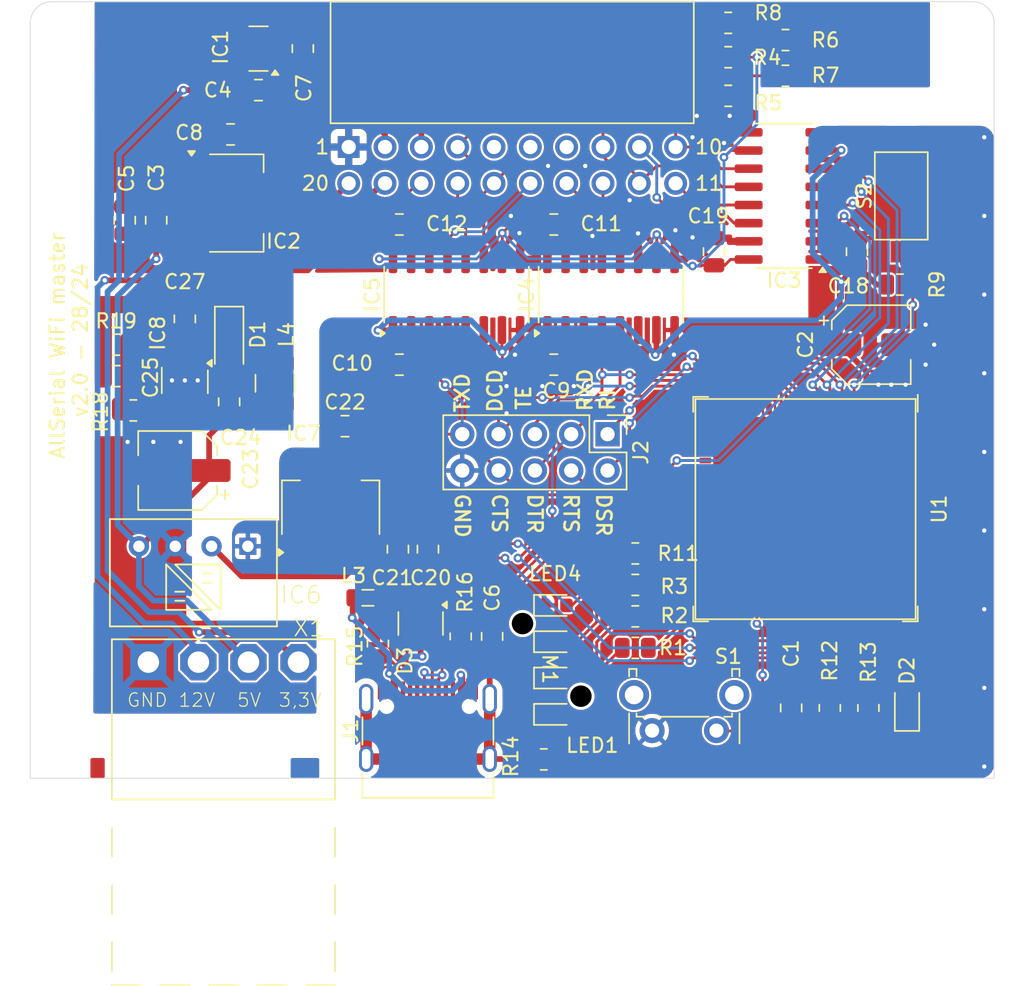
<source format=kicad_pcb>
(kicad_pcb (version 20240108) (generator "pcbnew") (generator_version "8.0")
  (layers (0 "F.Cu" signal) (31 "B.Cu" signal) (34 "B.Paste" user) (35 "F.Paste" user) (36 "B.SilkS" user "B.Silkscreen") (37 "F.SilkS" user "F.Silkscreen") (38 "B.Mask" user) (39 "F.Mask" user) (44 "Edge.Cuts" user))
  (net 0 "")
  (net 1 "GND")
  (net 2 "+5V")
  (net 3 "/LED1")
  (net 4 "/LED2")
  (net 5 "/LED3")
  (net 6 "/LED4")
  (net 7 "/RXD_B")
  (net 8 "/RI_B")
  (net 9 "/DSR_B")
  (net 10 "/DCD_B")
  (net 11 "/CTS_B")
  (net 12 "VBUS")
  (net 13 "/RTS_B")
  (net 14 "/DTR_B")
  (net 15 "/TXEN_B")
  (net 16 "/RST_B")
  (net 17 "/TXD_B")
  (net 18 "+3.3V")
  (net 19 "+12V")
  (net 20 "+1V8")
  (net 21 "/RXD_A")
  (net 22 "/TXD_A")
  (net 23 "/DCD_A")
  (net 24 "/CTS_A")
  (net 25 "/DTR_A")
  (net 26 "/TXEN_A")
  (net 27 "/GP_A")
  (net 28 "/RTS_A")
  (net 29 "/GP_B")
  (net 30 "Net-(D1-A)")
  (net 31 "/RST")
  (net 32 "/BTN")
  (net 33 "/SHLD")
  (net 36 "Net-(J1-CC1)")
  (net 37 "Net-(J1-CC2)")
  (net 40 "/USB_D+")
  (net 41 "/USB_D-")
  (net 42 "GND2")
  (net 62 "+3V3_2")
  (net 63 "+5V_2")
  (net 64 "Net-(IC8-FB)")
  (net 65 "/DSR_A")
  (net 66 "/RI_A")
  (net 67 "Net-(LED1-A)")
  (net 68 "Net-(LED2-A)")
  (net 69 "Net-(LED3-A)")
  (net 70 "Net-(LED4-A)")
  (net 71 "Net-(D3-I{slash}O2-Pad4)")
  (net 72 "Net-(D3-VBUS)")
  (net 73 "Net-(D3-I{slash}O1-Pad6)")
  (net 74 "Net-(U1-GPIO0)")
  (footprint "Capacitor_SMD:C_0805_2012Metric" (layer "F.Cu") (at 151.4111 93.1544)
    (property "Reference" "C11")
    (property "Value" "100n")
  )
  (footprint "Resistor_SMD:R_0805_2012Metric" (layer "F.Cu") (at 167.6111 82.7544)
    (property "Reference" "R7")
    (property "Value" "10k")
  )
  (footprint "Package_TO_SOT_SMD:SOT-223-3_TabPin2" (layer "F.Cu") (at 135.8111 112.9544 90)
    (property "Reference" "IC7")
    (property "Value" "NCP1117ST")
  )
  (footprint "Capacitor_SMD:C_0805_2012Metric" (layer "F.Cu") (at 172.6111 95.0544 90)
    (property "Reference" "C18")
    (property "Value" "100n")
  )
  (footprint "Diode_SMD:D_SOD-323" (layer "F.Cu") (at 176.1111 126.9544 90)
    (property "Reference" "D2")
    (property "Value" "1N4148WS")
  )
  (footprint "Resistor_SMD:R_0805_2012Metric" (layer "F.Cu") (at 170.7111 126.9544 90)
    (property "Reference" "R12")
    (property "Value" "3k3")
  )
  (footprint "Resistor_SMD:R_0805_2012Metric" (layer "F.Cu") (at 157.1111 120.5544 180)
    (property "Reference" "R2")
    (property "Value" "120")
  )
  (footprint "Resistor_SMD:R_0805_2012Metric" (layer "F.Cu") (at 150.7111 130.5544 180)
    (property "Reference" "R14")
    (property "Value" "1M")
  )
  (footprint "Capacitor_SMD:C_0805_2012Metric" (layer "F.Cu") (at 123.6111 92.8544 90)
    (property "Reference" "C3")
    (property "Value" "100n")
  )
  (footprint "Resistor_SMD:R_0805_2012Metric" (layer "F.Cu") (at 157.1111 116.1544 180)
    (property "Reference" "R11")
    (property "Value" "22")
  )
  (footprint "Resistor_SMD:R_0805_2012Metric" (layer "F.Cu") (at 120.8111 101.5544)
    (property "Reference" "R19")
    (property "Value" "300k")
  )
  (footprint "Capacitor_SMD:C_0805_2012Metric" (layer "F.Cu") (at 130.7611 83.7544)
    (property "Reference" "C4")
    (property "Value" "1µ")
  )
  (footprint "Package_SO:SOIC-16_3.9x9.9mm_P1.27mm" (layer "F.Cu") (at 167.5111 91.1544 180)
    (property "Reference" "IC3")
    (property "Value" "ADuM142E1BRZ")
  )
  (footprint "Capacitor_SMD:C_0805_2012Metric" (layer "F.Cu") (at 147.1011 121.9544 90)
    (property "Reference" "C6")
    (property "Value" "10n")
  )
  (footprint "Package_TO_SOT_SMD:SOT-23-6" (layer "F.Cu") (at 142.1011 121.0544 -90)
    (property "Reference" "D3")
    (property "Value" "USBLC6-2")
  )
  (footprint "Capacitor_SMD:C_0805_2012Metric" (layer "F.Cu") (at 168.0111 126.9544 -90)
    (property "Reference" "C1")
    (property "Value" "10µ")
  )
  (footprint "Package_TO_SOT_SMD:SOT-23" (layer "F.Cu") (at 130.7611 80.8544 180)
    (property "Reference" "IC1")
    (property "Value" "MCP170X")
  )
  (footprint "Capacitor_SMD:C_0805_2012Metric" (layer "F.Cu") (at 128.8111 86.8544 180)
    (property "Reference" "C8")
    (property "Value" "10µ")
  )
  (footprint "Diode_SMD:D_SOD-123" (layer "F.Cu") (at 128.7111 101.2544 -90)
    (property "Reference" "D1")
    (property "Value" "MBR0530")
  )
  (footprint "Capacitor_SMD:C_0805_2012Metric" (layer "F.Cu") (at 140.6111 102.9544)
    (property "Reference" "C10")
    (property "Value" "100n")
  )
  (footprint "Connector_PinHeader_2.54mm:PinHeader_2x05_P2.54mm_Vertical" (layer "F.Cu") (at 155.1711 107.8144 -90)
    (property "Reference" "J2")
    (property "Value" "Conn_02x05_Odd_Even")
  )
  (footprint "WiFiMaster:AKL182-04" (layer "F.Cu") (at 128.3111 123.7544)
    (property "Reference" "X1")
    (property "Value" "AKL18X-04W")
  )
  (footprint "Package_TO_SOT_SMD:SOT-23-5_HandSoldering" (layer "F.Cu") (at 125.6111 104.0544 -90)
    (property "Reference" "IC8")
    (property "Value" "TPS61041")
  )
  (footprint "Package_SO:SOIC-16_3.9x9.9mm_P1.27mm" (layer "F.Cu") (at 155.4111 98.0544 90)
    (property "Reference" "IC4")
    (property "Value" "ADuM142E1BRZ")
  )
  (footprint "Capacitor_SMD:C_0805_2012Metric" (layer "F.Cu") (at 121.4111 92.8544 90)
    (property "Reference" "C5")
    (property "Value" "10µ")
  )
  (footprint "Connector_USB:USB_C_Receptacle_G-Switch_GT-USB-7010ASV" (layer "F.Cu") (at 142.6111 129.4544)
    (property "Reference" "J1")
    (property "Value" "USB_C_Receptacle_USB2.0")
  )
  (footprint "Resistor_SMD:R_0805_2012Metric" (layer "F.Cu") (at 173.4111 126.9544 -90)
    (property "Reference" "R13")
    (property "Value" "33k")
  )
  (footprint "Capacitor_SMD:CP_Elec_5x5.9" (layer "F.Cu") (at 125.1111 110.3544 180)
    (property "Reference" "C23")
    (property "Value" "100µ")
  )
  (footprint "Resistor_SMD:R_0805_2012Metric" (layer "F.Cu") (at 139.1111 122.4544 90)
    (property "Reference" "R15")
    (property "Value" "5k1")
  )
  (footprint "Button_Switch_SMD:SW_SPST_CK_RS282G05A3" (layer "F.Cu") (at 175.7111 91.1544 90)
    (property "Reference" "S2")
    (property "Value" "~")
  )
  (footprint "AllSerial:MasterBoard" (layer "F.Cu") (at 148.5011 87.2744)
    (property "Reference" "X2" (hide yes))
    (property "Value" "ALLSERIALMASTERM" (hide yes))
    (fp_line (start -33.7 44.6) (end -33.7 -8.2) (stroke (width 0.05)) (layer "Edge.Cuts"))
    (fp_line (start -32.2 -9.7) (end 32.2 -9.7) (stroke (width 0.05)) (layer "Edge.Cuts"))
    (fp_line (start 33.7 -8.2) (end 33.7 44.6) (stroke (width 0.05)) (layer "Edge.Cuts"))
    (fp_line (start 33.7 44.6) (end -33.7 44.6) (stroke (width 0.05)) (layer "Edge.Cuts"))
    (fp_arc (start -33.7 -8.2) (mid -33.26066 -9.26066) (end -32.2 -9.7) (stroke (width 0.05)) (layer "Edge.Cuts"))
    (fp_arc (start 32.2 -9.7) (mid 33.26066 -9.26066) (end 33.7 -8.2) (stroke (width 0.05)) (layer "Edge.Cuts"))
  )
  (footprint "Resistor_SMD:R_0805_2012Metric" (layer "F.Cu") (at 163.6111 84.1544)
    (property "Reference" "R5")
    (property "Value" "10k")
  )
  (footprint "Resistor_SMD:R_0805_2012Metric" (layer "F.Cu") (at 157.1111 122.7544)
    (property "Reference" "R1")
    (property "Value" "120")
  )
  (footprint "Resistor_SMD:R_0805_2012Metric" (layer "F.Cu") (at 122.0111 106.1544)
    (property "Reference" "R18")
    (property "Value" "33k")
  )
  (footprint "Capacitor_SMD:C_0805_2012Metric" (layer "F.Cu") (at 133.8611 80.8544 -90)
    (property "Reference" "C7")
    (property "Value" "1µ")
  )
  (footprint "Capacitor_SMD:C_0805_2012Metric" (layer "F.Cu") (at 162.6111 95.0544 90)
    (property "Reference" "C19")
    (property "Value" "100n")
  )
  (footprint "Capacitor_SMD:C_0805_2012Metric" (layer "F.Cu") (at 140.5111 115.8544 90)
    (property "Reference" "C21")
    (property "Value" "10µ")
  )
  (footprint "Capacitor_SMD:CP_Elec_5x5.9" (layer "F.Cu") (at 173.6111 101.5544)
    (property "Reference" "C2")
    (property "Value" "100µ")
  )
  (footprint "AllSerial:XPPOWER-ILxxxxS" (layer "F.Cu") (at 126.2111 115.6544 180)
    (property "Reference" "IC6")
    (property "Value" "IL0505")
  )
  (footprint "Capacitor_SMD:C_0805_2012Metric" (layer "F.Cu") (at 125.6111 99.7544 -90)
    (property "Reference" "C27")
    (property "Value" "10µ")
  )
  (footprint "User:ESP32-S3-MINI-1U" (layer "F.Cu") (at 169.0111 113.0544 -90)
    (property "Reference" "U1")
    (property "Value" "ESP32-S3-MINI-1")
  )
  (footprint "LED_SMD:LED_0603_1608Metric" (layer "F.Cu") (at 151.5111 119.7864)
    (property "Reference" "LED4")
    (property "Value" "blue")
  )
  (footprint "Resistor_SMD:R_0805_2012Metric" (layer "F.Cu") (at 163.6111 79.0544)
    (property "Reference" "R8")
    (property "Value" "10k")
  )
  (footprint "Resistor_SMD:R_0805_2012Metric" (layer "F.Cu") (at 157.1111 118.3544 180)
    (property "Reference" "R3")
    (property "Value" "120")
  )
  (footprint "Inductor_SMD:L_0805_2012Metric" (layer "F.Cu") (at 138.4111 119.2544)
    (property "Reference" "L3")
    (property "Value" "WE-CBF_0805")
  )
  (footprint "Resistor_SMD:R_0805_2012Metric" (layer "F.Cu") (at 163.6111 81.4544 180)
    (property "Reference" "R4")
    (property "Value" "10k")
  )
  (footprint "Resistor_SMD:R_0805_2012Metric" (layer "F.Cu") (at 144.9011 121.9544 90)
    (property "Reference" "R16")
    (property "Value" "5k1")
  )
  (footprint "Capacitor_SMD:C_0805_2012Metric" (layer "F.Cu") (at 140.6111 93.1544)
    (property "Reference" "C12")
    (property "Value" "100n")
  )
  (footprint "Package_TO_SOT_SMD:SOT-223-3_TabPin2" (layer "F.Cu") (at 129.2111 91.6544)
    (property "Reference" "IC2")
    (property "Value" "NCP1117ST")
  )
  (footprint "AllSerial:Mentor 1296.1004" (layer "F.Cu") (at 151.2571 123.5964 -90)
    (property "Reference" "M1")
    (property "Value" "~")
  )
  (footprint "Button_Switch_THT:SW_Tactile_SPST_Angled_PTS645Vx58-2LFS" (layer "F.Cu") (at 162.7861 128.5419 180)
    (property "Reference" "S1")
    (property "Value" "31-XX")
  )
  (footprint "LED_SMD:LED_0603_1608Metric" (layer "F.Cu") (at 151.5111 122.3264)
    (property "Reference" "LED3" (hide yes))
    (property "Value" "yellow")
  )
  (footprint "Resistor_SMD:R_0805_2012Metric" (layer "F.Cu") (at 167.6111 80.2544)
    (property "Reference" "R6")
    (property "Value" "10k")
  )
  (footprint "Resistor_SMD:R_0805_2012Metric" (layer "F.Cu") (at 175.6111 97.3544 180)
    (property "Reference" "R9")
    (property "Value" "33k")
  )
  (footprint "Package_SO:SOIC-16_3.9x9.9mm_P1.27mm" (layer "F.Cu") (at 144.6111 98.0544 90)
    (property "Reference" "IC5")
    (property "Value" "ADuM142E1BRZ")
  )
  (footprint "Inductor_SMD:L_1210_3225Metric" (layer "F.Cu") (at 131.9111 104.2544 90)
    (property "Reference" "L4")
    (property "Value" "10µ")
  )
  (footprint "Capacitor_SMD:C_0805_2012Metric" (layer "F.Cu") (at 128.7111 105.5544 90)
    (property "Reference" "C24")
    (property "Value" "4µ7")
  )
  (footprint "LED_SMD:LED_0603_1608Metric" (layer "F.Cu") (at 151.5111 127.4064)
    (property "Reference" "LED1")
    (property "Value" "red")
  )
  (footprint "Capacitor_SMD:C_0805_2012Metric" (layer "F.Cu") (at 151.4111 102.9544)
    (property "Reference" "C9")
    (property "Value" "100n")
  )
  (footprint "Capacitor_SMD:C_0805_2012Metric" (layer "F.Cu") (at 120.8111 103.7544)
    (property "Reference" "C25")
    (property "Value" "22pF")
  )
  (footprint "Capacitor_SMD:C_0805_2012Metric" (layer "F.Cu") (at 142.6111 115.8544 90)
    (property "Reference" "C20")
    (property "Value" "100n")
  )
  (footprint "LED_SMD:LED_0603_1608Metric" (layer "F.Cu") (at 151.5111 124.8664)
    (property "Reference" "LED2" (hide yes))
    (property "Value" "green")
  )
  (footprint "Capacitor_SMD:C_0805_2012Metric" (layer "F.Cu") (at 136.8111 107.2544)
    (property "Reference" "C22")
    (property "Value" "10µ")
  )
  (gr_text "GND" (at 145.0111 111.8744 270) (layer "F.SilkS") (effects (font (size 1 1) (thickness 0.18) (bold yes)) (justify left)))
  (gr_text "CTS" (at 147.6111 111.8744 270) (layer "F.SilkS") (effects (font (size 1 1) (thickness 0.18) (bold yes)) (justify left)))
  (gr_text "RXD" (at 153.6011 106.3144 90) (layer "F.SilkS") (effects (font (size 1 1) (thickness 0.18) (bold yes)) (justify left)))
  (gr_text "3,3V" (at 132.1111 126.9544 0) (layer "F.SilkS") (effects (font (size 0.93472 0.93472) (thickness 0.08128)) (justify left bottom)))
  (gr_text "RI" (at 155.1711 106.2744 90) (layer "F.SilkS") (effects (font (size 1 1) (thickness 0.18) (bold yes)) (justify left)))
  (gr_text "TXD" (at 145.0111 106.3944 90) (layer "F.SilkS") (effects (font (size 1 1) (thickness 0.18) (bold yes)) (justify left)))
  (gr_text "DSR" (at 154.9011 111.8744 270) (layer "F.SilkS") (effects (font (size 1 1) (thickness 0.18) (bold yes)) (justify left)))
  (gr_text "12V" (at 125.1111 126.9544 0) (layer "F.SilkS") (effects (font (size 0.93472 0.93472) (thickness 0.08128)) (justify left bottom)))
  (gr_text "RTS" (at 152.6111 111.8744 270) (layer "F.SilkS") (effects (font (size 1 1) (thickness 0.18) (bold yes)) (justify left)))
  (gr_text "DCD" (at 147.3011 106.3944 90) (layer "F.SilkS") (effects (font (size 1 1) (thickness 0.18) (bold yes)) (justify left)))
  (gr_text "5V" (at 129.2111 126.9544 0) (layer "F.SilkS") (effects (font (size 0.93472 0.93472) (thickness 0.08128)) (justify left bottom)))
  (gr_text "GND" (at 121.5111 126.9544 0) (layer "F.SilkS") (effects (font (size 0.93472 0.93472) (thickness 0.08128)) (justify left bottom)))
  (gr_text "TE" (at 149.3011 106.2144 90) (layer "F.SilkS") (effects (font (size 1 1) (thickness 0.18) (bold yes)) (justify left)))
  (gr_text "DTR" (at 150.0911 111.8744 270) (layer "F.SilkS") (effects (font (size 1 1) (thickness 0.18) (bold yes)) (justify left)))
  (gr_text "AllSerial WiFi master \nv2.0 - 28/24" (at 116.1111 101.2444 90) (layer "F.SilkS") (effects (font (size 1 1)) (justify top)))
  (segment (start 159.8561 102.2094) (end 159.8111 102.2544) (width 0.4) (layer "F.Cu") (net 1))
  (segment (start 150.5196 119.7324) (end 150.5736 119.7864) (width 0.2) (layer "F.Cu") (net 1))
  (segment (start 149.0561 101.8994) (end 149.0561 100.5544) (width 0.4) (layer "F.Cu") (net 1))
  (segment (start 148.7011 102.2544) (end 149.0561 101.8994) (width 0.4) (layer "F.Cu") (net 1))
  (segment (start 159.8561 100.5544) (end 159.8561 102.2094) (width 0.4) (layer "F.Cu") (net 1))
  (via (at 148.7011 102.2544) (size 0.6) (drill 0.3) (layers "F.Cu" "B.Cu") (net 1))
  (via (at 177.4111 102.9544) (size 0.6) (drill 0.3) (layers "F.Cu" "B.Cu") (net 1))
  (via (at 148.1111 104.4544) (size 0.6) (drill 0.3) (layers "F.Cu" "B.Cu") (net 1))
  (via (at 181.5111 131.0544) (size 0.6) (drill 0.3) (layers "F.Cu" "B.Cu") (net 1))
  (via (at 148.1111 106.3544) (size 0.6) (drill 0.3) (layers "F.Cu" "B.Cu") (net 1))
  (via (at 159.8111 102.2544) (size 0.6) (drill 0.3) (layers "F.Cu" "B.Cu") (net 1))
  (via (at 181.5111 120.0544) (size 0.6) (drill 0.3) (layers "F.Cu" "B.Cu") (net 1))
  (via (at 174.1111 104.3544) (size 0.6) (drill 0.3) (layers "F.Cu" "B.Cu") (net 1))
  (via (at 181.5111 98.0544) (size 0.6) (drill 0.3) (layers "F.Cu" "B.Cu") (net 1))
  (via (at 150.6111 104.4544) (size 0.6) (drill 0.3) (layers "F.Cu" "B.Cu") (net 1))
  (via (at 177.4111 100.1544) (size 0.6) (drill 0.3) (layers "F.Cu" "B.Cu") (net 1))
  (via (at 178.0111 101.5544) (size 0.6) (drill 0.3) (layers "F.Cu" "B.Cu") (net 1))
  (via (at 181.5111 125.5544) (size 0.6) (drill 0.3) (layers "F.Cu" "B.Cu") (net 1))
  (via (at 181.5111 114.5544) (size 0.6) (drill 0.3) (layers "F.Cu" "B.Cu") (net 1))
  (via (at 181.5111 109.0544) (size 0.6) (drill 0.3) (layers "F.Cu" "B.Cu") (net 1))
  (via (at 181.5111 92.5544) (size 0.6) (drill 0.3) (layers "F.Cu" "B.Cu") (net 1))
  (via (at 181.5111 103.5544) (size 0.6) (drill 0.3) (layers "F.Cu" "B.Cu") (net 1))
  (via (at 175.0111 104.3544) (size 0.6) (drill 0.3) (layers "F.Cu" "B.Cu") (net 1))
  (via (at 176.0111 104.3544) (size 0.6) (drill 0.3) (layers "F.Cu" "B.Cu") (net 1))
  (via (at 152.8111 104.4544) (size 0.6) (drill 0.3) (layers "F.Cu" "B.Cu") (net 1))
  (via (at 148.0111 103.5544) (size 0.6) (drill 0.3) (layers "F.Cu" "B.Cu") (net 1))
  (via (at 181.5111 87.0544) (size 0.6) (drill 0.3) (layers "F.Cu" "B.Cu") (net 1))
  (segment (start 142.6111 116.8044) (end 140.5111 116.8044) (width 0.4) (layer "F.Cu") (net 2))
  (segment (start 127.4811 115.6544) (end 129.5811 117.7544) (width 0.4) (layer "F.Cu") (net 2))
  (segment (start 140.5111 116.8044) (end 138.8111 116.8044) (width 0.4) (layer "F.Cu") (net 2))
  (segment (start 139.4736 118.7919) (end 140.5111 117.7544) (width 0.4) (layer "F.Cu") (net 2))
  (segment (start 138.1111 116.4544) (end 138.1111 116.1044) (width 0.4) (layer "F.Cu") (net 2))
  (segment (start 139.4736 119.2544) (end 139.4736 118.7919) (width 0.4) (layer "F.Cu") (net 2))
  (segment (start 138.8111 116.8044) (end 138.1111 116.1044) (width 0.4) (layer "F.Cu") (net 2))
  (segment (start 136.8111 117.7544) (end 138.1111 116.4544) (width 0.4) (layer "F.Cu") (net 2))
  (segment (start 140.5111 117.7544) (end 140.5111 116.8044) (width 0.4) (layer "F.Cu") (net 2))
  (segment (start 129.5811 117.7544) (end 136.8111 117.7544) (width 0.4) (layer "F.Cu") (net 2))
  (segment (start 159.9111 121.4544) (end 159.9111 119.4544) (width 0.2) (layer "F.Cu") (net 3))
  (segment (start 161.2111 118.1544) (end 162.0111 118.1544) (width 0.2) (layer "F.Cu") (net 3))
  (segment (start 158.0236 122.7544) (end 158.6111 122.7544) (width 0.2) (layer "F.Cu") (net 3))
  (segment (start 158.6111 122.7544) (end 159.9111 121.4544) (width 0.2) (layer "F.Cu") (net 3))
  (segment (start 159.9111 119.4544) (end 161.2111 118.1544) (width 0.2) (layer "F.Cu") (net 3))
  (segment (start 161.2736 117.3044) (end 162.0111 117.3044) (width 0.2) (layer "F.Cu") (net 4))
  (segment (start 158.0236 120.5544) (end 161.2736 117.3044) (width 0.2) (layer "F.Cu") (net 4))
  (segment (start 161.3611 115.6044) (end 162.0111 115.6044) (width 0.2) (layer "F.Cu") (net 5))
  (segment (start 158.0236 118.3544) (end 158.6111 118.3544) (width 0.2) (layer "F.Cu") (net 5))
  (segment (start 158.6111 118.3544) (end 161.3611 115.6044) (width 0.2) (layer "F.Cu") (net 5))
  (segment (start 160.5111 114.7544) (end 162.0111 114.7544) (width 0.2) (layer "F.Cu") (net 6))
  (segment (start 158.0236 116.1544) (end 159.1111 116.1544) (width 0.2) (layer "F.Cu") (net 6))
  (segment (start 159.1111 116.1544) (end 160.5111 114.7544) (width 0.2) (layer "F.Cu") (net 6))
  (segment (start 154.8511 87.7344) (end 154.8511 88.3944) (width 0.2) (layer "F.Cu") (net 7))
  (segment (start 154.8511 87.7344) (end 154.8511 86.5144) (width 0.2) (layer "F.Cu") (net 7))
  (segment (start 154.8511 88.3944) (end 156.0461 89.5894) (width 0.2) (layer "F.Cu") (net 7))
  (segment (start 154.8511 86.5144) (end 159.9111 81.4544) (width 0.2) (layer "F.Cu") (net 7))
  (segment (start 159.9111 81.4544) (end 162.6986 81.4544) (width 0.2) (layer "F.Cu") (net 7))
  (segment (start 156.0461 89.5894) (end 156.0461 95.5544) (width 0.2) (layer "F.Cu") (net 7))
  (segment (start 159.9311 86.1344) (end 161.9111 84.1544) (width 0.2) (layer "F.Cu") (net 8))
  (segment (start 161.5911 87.7344) (end 163.1061 89.2494) (width 0.2) (layer "F.Cu") (net 8))
  (segment (start 163.1061 89.2494) (end 165.0111 89.2494) (width 0.2) (layer "F.Cu") (net 8))
  (segment (start 159.9311 87.7344) (end 161.5911 87.7344) (width 0.2) (layer "F.Cu") (net 8))
  (segment (start 159.9311 87.7344) (end 159.9311 86.1344) (width 0.2) (layer "F.Cu") (net 8))
  (segment (start 161.9111 84.1544) (end 162.6986 84.1544) (width 0.2) (layer "F.Cu") (net 8))
  (segment (start 156.1111 88.6544) (end 156.1111 86.8544) (width 0.2) (layer "F.Cu") (net 9))
  (segment (start 157.3911 90.2744) (end 158.6111 89.0544) (width 0.2) (layer "F.Cu") (net 9))
  (segment (start 164.9111 90.5194) (end 165.0111 90.6194) (width 0.2) (layer "F.Cu") (net 9))
  (segment (start 157.3911 89.9344) (end 156.1111 88.6544) (width 0.2) (layer "F.Cu") (net 9))
  (segment (start 163.1761 90.5194) (end 164.9111 90.5194) (width 0.2) (layer "F.Cu") (net 9))
  (segment (start 157.3911 90.2744) (end 157.3911 89.9344) (width 0.2) (layer "F.Cu") (net 9))
  (segment (start 160.2111 82.7544) (end 166.6986 82.7544) (width 0.2) (layer "F.Cu") (net 9))
  (segment (start 158.6111 89.0544) (end 161.7111 89.0544) (width 0.2) (layer "F.Cu") (net 9))
  (segment (start 156.1111 86.8544) (end 160.2111 82.7544) (width 0.2) (layer "F.Cu") (net 9))
  (segment (start 161.7111 89.0544) (end 163.1761 90.5194) (width 0.2) (layer "F.Cu") (net 9))
  (segment (start 146.5161 90.9894) (end 147.2311 90.2744) (width 0.2) (layer "F.Cu") (net 10))
  (segment (start 154.9111 80.2544) (end 166.6986 80.2544) (width 0.2) (layer "F.Cu") (net 10))
  (segment (start 146.5161 95.5544) (end 146.5161 90.9894) (width 0.2) (layer "F.Cu") (net 10))
  (segment (start 147.2311 90.2744) (end 147.2311 90.2344) (width 0.2) (layer "F.Cu") (net 10))
  (segment (start 148.5111 88.9544) (end 148.5111 86.6544) (width 0.2) (layer "F.Cu") (net 10))
  (segment (start 147.2311 90.2344) (end 148.5111 88.9544) (width 0.2) (layer "F.Cu") (net 10))
  (segment (start 148.5111 86.6544) (end 154.9111 80.2544) (width 0.2) (layer "F.Cu") (net 10))
  (segment (start 144.6911 87.7344) (end 145.9111 88.9544) (width 0.2) (layer "F.Cu") (net 11))
  (segment (start 153.3111 79.0544) (end 144.6911 87.6744) (width 0.2) (layer "F.Cu") (net 11))
  (segment (start 162.6986 79.0544) (end 153.3111 79.0544) (width 0.2) (layer "F.Cu") (net 11))
  (segment (start 145.9111 92.1544) (end 145.2461 92.8194) (width 0.2) (layer "F.Cu") (net 11))
  (segment (start 145.9111 88.9544) (end 145.9111 92.1544) (width 0.2) (layer "F.Cu") (net 11))
  (segment (start 145.2461 92.8194) (end 145.2461 95.5544) (width 0.2) (layer "F.Cu") (net 11))
  (segment (start 144.6911 87.6744) (end 144.6911 87.7344) (width 0.2) (layer "F.Cu") (net 11))
  (segment (start 163.3111 88.4544) (end 163.7861 87.9794) (width 0.2) (layer "F.Cu") (net 12))
  (segment (start 158.6111 93.8544) (end 158.6111 95.5294) (width 0.2) (layer "F.Cu") (net 12))
  (segment (start 161.7111 96.0544) (end 161.7611 96.0044) (width 0.2) (layer "F.Cu") (net 12))
  (segment (start 165.0111 95.5994) (end 163.7661 95.5994) (width 0.2) (layer "F.Cu") (net 12))
  (segment (start 161.7611 96.0044) (end 162.6111 96.0044) (width 0.2) (layer "F.Cu") (net 12))
  (segment (start 140.1661 94.5319) (end 139.6611 94.0269) (width 0.2) (layer "F.Cu") (net 12))
  (segment (start 141.8911 90.2744) (end 139.6611 92.5044) (width 0.2) (layer "F.Cu") (net 12))
  (segment (start 150.4611 93.1544) (end 148.4111 93.1544) (width 0.2) (layer "F.Cu") (net 12))
  (segment (start 150.4611 94.0044) (end 150.4611 93.1544) (width 0.2) (layer "F.Cu") (net 12))
  (segment (start 161.1111 96.0544) (end 161.7111 96.0544) (width 0.2) (layer "F.Cu") (net 12))
  (segment (start 148.4111 93.1544) (end 147.8111 93.7544) (width 0.2) (layer "F.Cu") (net 12))
  (segment (start 147.8111 95.5294) (end 147.7861 95.5544) (width 0.2) (layer "F.Cu") (net 12))
  (segment (start 163.7661 95.5994) (end 163.3611 96.0044) (width 0.2) (layer "F.Cu") (net 12))
  (segment (start 139.6611 94.0269) (end 139.6611 93.1544) (width 0.2) (layer "F.Cu") (net 12))
  (segment (start 140.1661 95.5544) (end 139.2111 95.5544) (width 0.2) (layer "F.Cu") (net 12))
  (segment (start 163.3611 96.0044) (end 162.6111 96.0044) (width 0.2) (layer "F.Cu") (net 12))
  (segment (start 140.1661 95.5544) (end 140.1661 94.5319) (width 0.2) (layer "F.Cu") (net 12))
  (segment (start 158.6111 95.5294) (end 158.5861 95.5544) (width 0.2) (layer "F.Cu") (net 12))
  (segment (start 150.9661 94.5094) (end 150.4611 94.0044) (width 0.2) (layer "F.Cu") (net 12))
  (segment (start 139.6611 92.5044) (end 139.6611 93.1544) (width 0.2) (layer "F.Cu") (net 12))
  (segment (start 164.5236 81.4544) (end 165.6111 81.4544) (width 0.2) (layer "F.Cu") (net 12))
  (segment (start 142.1511 90.2744) (end 141.8911 90.2744) (width 0.2) (layer "F.Cu") (net 12))
  (segment (start 150.9661 95.5544) (end 150.9661 94.5094) (width 0.2) (layer "F.Cu") (net 12))
  (segment (start 163.7861 87.9794) (end 165.0111 87.9794) (width 0.2) (layer "F.Cu") (net 12))
  (segment (start 147.8111 93.7544) (end 147.8111 95.5294) (width 0.2) (layer "F.Cu") (net 12))
  (via (at 165.6111 81.4544) (size 0.6) (drill 0.3) (layers "F.Cu" "B.Cu") (net 12))
  (via (at 163.3111 88.4544) (size 0.6) (drill 0.3) (layers "F.Cu" "B.Cu") (net 12))
  (via (at 161.1111 96.0544) (size 0.6) (drill 0.3) (layers "F.Cu" "B.Cu") (net 12))
  (via (at 147.8111 93.7544) (size 0.6) (drill 0.3) (layers "F.Cu" "B.Cu") (net 12))
  (via (at 158.6111 93.8544) (size 0.6) (drill 0.3) (layers "F.Cu" "B.Cu") (net 12))
  (via (at 139.2111 95.5544) (size 0.6) (drill 0.3) (layers "F.Cu" "B.Cu") (net 12))
  (segment (start 150.5111 95.5544) (end 156.9111 95.5544) (width 0.2) (layer "B.Cu") (net 12))
  (segment (start 147.8111 93.7544) (end 149.6111 95.5544) (width 0.2) (layer "B.Cu") (net 12))
  (segment (start 161.1111 96.0544) (end 160.8111 96.0544) (width 0.2) (layer "B.Cu") (net 12))
  (segment (start 160.8111 96.0544) (end 158.6111 93.8544) (width 0.2) (layer "B.Cu") (net 12))
  (segment (start 139.2111 95.5544) (end 146.0111 95.5544) (width 0.2) (layer "B.Cu") (net 12))
  (segment (start 163.3111 94.2544) (end 163.3111 88.4544) (width 0.2) (layer "B.Cu") (net 12))
  (segment (start 149.6111 95.5544) (end 150.5111 95.5544) (width 0.2) (layer "B.Cu") (net 12))
  (segment (start 165.6111 86.1544) (end 163.3111 88.4544) (width 0.2) (layer "B.Cu") (net 12))
  (segment (start 146.0111 95.5544) (end 147.8111 93.7544) (width 0.2) (layer "B.Cu") (net 12))
  (segment (start 161.1111 96.0544) (end 161.5111 96.0544) (width 0.2) (layer "B.Cu") (net 12))
  (segment (start 165.6111 81.4544) (end 165.6111 86.1544) (width 0.2) (layer "B.Cu") (net 12))
  (segment (start 156.9111 95.5544) (end 158.6111 93.8544) (width 0.2) (layer "B.Cu") (net 12))
  (segment (start 161.5111 96.0544) (end 163.3111 94.2544) (width 0.2) (layer "B.Cu") (net 12))
  (segment (start 164.0161 93.0594) (end 165.0111 93.0594) (width 0.2) (layer "F.Cu") (net 13))
  (segment (start 163.4111 92.4544) (end 164.0161 93.0594) (width 0.2) (layer "F.Cu") (net 13))
  (segment (start 158.6111 91.2544) (end 159.8111 92.4544) (width 0.2) (layer "F.Cu") (net 13))
  (segment (start 159.8111 92.4544) (end 163.4111 92.4544) (width 0.2) (layer "F.Cu") (net 13))
  (via (at 158.6111 91.2544) (size 0.6) (drill 0.3) (layers "F.Cu" "B.Cu") (net 13))
  (segment (start 158.6111 91.2544) (end 158.6111 88.9544) (width 0.2) (layer "B.Cu") (net 13))
  (segment (start 158.6111 88.9544) (end 157.3911 87.7344) (width 0.2) (layer "B.Cu") (net 13))
  (segment (start 154.7761 93.1894) (end 154.7761 95.5544) (width 0.2) (layer "F.Cu") (net 14))
  (segment (start 154.8511 90.2744) (end 154.8511 93.1144) (width 0.2) (layer "F.Cu") (net 14))
  (segment (start 154.8511 93.1144) (end 154.7761 93.1894) (width 0.2) (layer "F.Cu") (net 14))
  (segment (start 152.3111 90.2744) (end 153.5061 91.4694) (width 0.2) (layer "F.Cu") (net 15))
  (segment (start 153.5061 91.4694) (end 153.5061 95.5544) (width 0.2) (layer "F.Cu") (net 15))
  (segment (start 144.5111 93.6544) (end 143.9761 94.1894) (width 0.2) (layer "F.Cu") (net 16))
  (segment (start 143.9761 94.1894) (end 143.9761 95.5544) (width 0.2) (layer "F.Cu") (net 16))
  (via (at 144.5111 93.6544) (size 0.6) (drill 0.3) (layers "F.Cu" "B.Cu") (net 16))
  (segment (start 144.5111 93.6544) (end 146.3911 93.6544) (width 0.2) (layer "B.Cu") (net 16))
  (segment (start 146.3911 93.6544) (end 149.7711 90.2744) (width 0.2) (layer "B.Cu") (net 16))
  (segment (start 144.6911 90.2744) (end 144.6911 92.4744) (width 0.2) (layer "F.Cu") (net 17))
  (segment (start 144.6911 92.4744) (end 142.7061 94.4594) (width 0.2) (layer "F.Cu") (net 17))
  (segment (start 142.7061 94.4594) (end 142.7061 95.5544) (width 0.2) (layer "F.Cu") (net 17))
  (segment (start 140.1661 101.7994) (end 139.6611 102.3044) (width 0.4) (layer "F.Cu") (net 18))
  (segment (start 148.1111 102.9544) (end 147.8111 102.6544) (width 0.2) (layer "F.Cu") (net 18))
  (segment (start 140.1661 100.5544) (end 140.1661 101.7994) (width 0.4) (layer "F.Cu") (net 18))
  (segment (start 171.4111 97.2544) (end 171.5111 97.1544) (width 0.4) (layer "F.Cu") (net 18))
  (segment (start 178.8111 126.9544) (end 177.7611 128.0044) (width 0.2) (layer "F.Cu") (net 18))
  (segment (start 150.9661 101.6994) (end 150.4611 102.2044) (width 0.2) (layer "F.Cu") (net 18))
  (segment (start 139.6611 102.3044) (end 139.6611 102.9544) (width 0.4) (layer "F.Cu") (net 18))
  (segment (start 147.7861 102.0294) (end 147.8111 102.0544) (width 0.2) (layer "F.Cu") (net 18))
  (segment (start 177.7611 128.0044) (end 176.1111 128.0044) (width 0.2) (layer "F.Cu") (net 18))
  (segment (start 135.8111 116.1044) (end 135.8111 109.8044) (width 0.4) (layer "F.Cu") (net 18))
  (segment (start 171.1561 95.5994) (end 171.5611 96.0044) (width 0.4) (layer "F.Cu") (net 18))
  (segment (start 140.1661 100.5544) (end 139.1111 100.5544) (width 0.4) (layer "F.Cu") (net 18))
  (segment (start 137.9111 102.9544) (end 139.6611 102.9544) (width 0.4) (layer "F.Cu") (net 18))
  (segment (start 176.7611 103.4044) (end 173.2611 103.4044) (width 0.2) (layer "F.Cu") (net 18))
  (segment (start 170.0361 87.9544) (end 170.0111 87.9794) (width 0.4) (layer "F.Cu") (net 18))
  (segment (start 178.8111 105.4544) (end 176.7611 103.4044) (width 0.2) (layer "F.Cu") (net 18))
  (segment (start 135.8611 107.2544) (end 135.8611 109.7544) (width 0.4) (layer "F.Cu") (net 18))
  (segment (start 171.5111 87.9544) (end 170.0361 87.9544) (width 0.4) (layer "F.Cu") (net 18))
  (segment (start 173.5486 128.0044) (end 173.4111 127.8669) (width 0.4) (layer "F.Cu") (net 18))
  (segment (start 135.8611 107.2544) (end 135.8611 105.0044) (width 0.4) (layer "F.Cu") (net 18))
  (segment (start 135.8611 105.0044) (end 137.9111 102.9544) (width 0.4) (layer "F.Cu") (net 18))
  (segment (start 150.4611 102.9544) (end 148.1111 102.9544) (width 0.2) (layer "F.Cu") (net 18))
  (segment (start 173.2611 106.0544) (end 173.2611 103.4044) (width 0.4) (layer "F.Cu") (net 18))
  (segment (start 158.5861 102.1794) (end 158.5111 102.2544) (width 0.4) (layer "F.Cu") (net 18))
  (segment (start 135.8611 109.7544) (end 135.8111 109.8044) (width 0.4) (layer "F.Cu") (net 18))
  (segment (start 170.0111 95.5994) (end 171.1561 95.5994) (width 0.4) (layer "F.Cu") (net 18))
  (segment (start 171.5111 97.1544) (end 172.6111 96.0544) (width 0.4) (layer "F.Cu") (net 18))
  (segment (start 171.5611 96.0044) (end 172.6111 96.0044) (width 0.4) (layer "F.Cu") (net 18))
  (segment (start 170.7111 126.0419) (end 171.1986 126.0419) (width 0.4) (layer "F.Cu") (net 18))
  (segment (start 173.0236 127.8669) (end 173.4111 127.8669) (width 0.4) (layer "F.Cu") (net 18))
  (segment (start 158.5861 100.5544) (end 158.5861 102.1794) (width 0.4) (layer "F.Cu") (net 18))
  (segment (start 174.6986 97.3544) (end 173.9611 97.3544) (width 0.4) (layer "F.Cu") (net 18))
  (segment (start 150.9661 100.5544) (end 150.9661 101.6994) (width 0.2) (layer "F.Cu") (net 18))
  (segment (start 178.8111 126.9544) (end 178.8111 105.4544) (width 0.2) (layer "F.Cu") (net 18))
  (segment (start 147.7861 100.5544) (end 147.7861 102.0294) (width 0.2) (layer "F.Cu") (net 18))
  (segment (start 171.1986 126.0419) (end 173.0236 127.8669) (width 0.4) (layer "F.Cu") (net 18))
  (segment (start 173.9611 97.3544) (end 172.6111 96.0044) (width 0.4) (layer "F.Cu") (net 18))
  (segment (start 171.4111 101.5544) (end 171.4111 97.2544) (width 0.4) (layer "F.Cu") (net 18))
  (segment (start 173.2611 103.4044) (end 171.4111 101.5544) (width 0.4) (layer "F.Cu") (net 18))
  (segment (start 176.1111 128.0044) (end 173.5486 128.0044) (width 0.4) (layer "F.Cu") (net 18))
  (segment (start 172.6111 96.0544) (end 172.6111 96.0044) (width 0.2) (layer "F.Cu") (net 18))
  (segment (start 150.4611 102.2044) (end 150.4611 102.9544) (width 0.2) (layer "F.Cu") (net 18))
  (segment (start 147.8111 102.6544) (end 147.8111 102.0544) (width 0.2) (layer "F.Cu") (net 18))
  (via (at 147.8111 102.0544) (size 0.6) (drill 0.3) (layers "F.Cu" "B.Cu") (net 18))
  (via (at 158.5111 102.2544) (size 0.6) (drill 0.3) (layers "F.Cu" "B.Cu") (net 18))
  (via (at 171.5111 87.9544) (size 0.6) (drill 0.3) (layers "F.Cu" "B.Cu") (net 18))
  (via (at 171.5111 97.1544) (size 0.6) (drill 0.3) (layers "F.Cu" "B.Cu") (net 18))
  (via (at 139.1111 100.5544) (size 0.6) (drill 0.3) (layers "F.Cu" "B.Cu") (net 18))
  (segment (start 169.5111 95.1544) (end 169.5111 89.9544) (width 0.4) (layer "B.Cu") (net 18))
  (segment (start 145.6111 99.8544) (end 147.8111 102.0544) (width 0.4) (layer "B.Cu") (net 18))
  (segment (start 147.8111 102.0544) (end 150.0111 99.8544) (width 0.4) (layer "B.Cu") (net 18))
  (segment (start 171.5111 97.1544) (end 169.5111 95.1544) (width 0.4) (layer "B.Cu") (net 18))
  (segment (start 150.0111 99.8544) (end 156.1111 99.8544) (width 0.4) (layer "B.Cu") (net 18))
  (segment (start 139.8111 99.8544) (end 145.6111 99.8544) (width 0.4) (layer "B.Cu") (net 18))
  (segment (start 156.1111 99.8544) (end 158.5111 102.2544) (width 0.4) (layer "B.Cu") (net 18))
  (segment (start 171.5111 97.1544) (end 171.5111 98.2544) (width 0.4) (layer "B.Cu") (net 18))
  (segment (start 160.9111 99.8544) (end 158.5111 102.2544) (width 0.4) (layer "B.Cu") (net 18))
  (segment (start 139.1111 100.5544) (end 139.8111 99.8544) (width 0.4) (layer "B.Cu") (net 18))
  (segment (start 169.9111 99.8544) (end 160.9111 99.8544) (width 0.4) (layer "B.Cu") (net 18))
  (segment (start 171.5111 98.2544) (end 169.9111 99.8544) (width 0.4) (layer "B.Cu") (net 18))
  (segment (start 169.5111 89.9544) (end 171.5111 87.9544) (width 0.4) (layer "B.Cu") (net 18))
  (segment (start 134.2111 96.3544) (end 130.2111 96.3544) (width 0.4) (layer "F.Cu") (net 19))
  (segment (start 135.9111 93.8044) (end 135.9111 94.6544) (width 0.4) (layer "F.Cu") (net 19))
  (segment (start 139.6111 90.2744) (end 139.4411 90.2744) (width 0.4) (layer "F.Cu") (net 19))
  (segment (start 135.9111 94.6544) (end 134.2111 96.3544) (width 0.4) (layer "F.Cu") (net 19))
  (segment (start 127.9111 97.0544) (end 120.0111 97.0544) (width 0.4) (layer "F.Cu") (net 19))
  (segment (start 139.4411 90.2744) (end 135.9111 93.8044) (width 0.4) (layer "F.Cu") (net 19))
  (segment (start 128.7111 99.6044) (end 128.7111 97.8544) (width 0.4) (layer "F.Cu") (net 19))
  (segment (start 128.7111 97.8544) (end 127.9111 97.0544) (width 0.4) (layer "F.Cu") (net 19))
  (segment (start 130.2111 96.3544) (end 128.7111 97.8544) (width 0.4) (layer "F.Cu") (net 19))
  (via (at 120.0111 97.0544) (size 0.6) (drill 0.3) (layers "F.Cu" "B.Cu") (net 19))
  (segment (start 126.5611 122.9044) (end 124.7111 121.0544) (width 0.4) (layer "B.Cu") (net 19))
  (segment (start 119.5111 97.5544) (end 120.0111 97.0544) (width 0.4) (layer "B.Cu") (net 19))
  (segment (start 124.7111 121.0544) (end 122.8111 121.0544) (width 0.4) (layer "B.Cu") (net 19))
  (segment (start 119.5111 117.7544) (end 119.5111 97.5544) (width 0.4) (layer "B.Cu") (net 19))
  (segment (start 126.5611 123.7544) (end 126.5611 122.9044) (width 0.4) (layer "B.Cu") (net 19))
  (segment (start 122.8111 121.0544) (end 119.5111 117.7544) (width 0.4) (layer "B.Cu") (net 19))
  (segment (start 136.9611 79.9044) (end 142.1511 85.0944) (width 0.4) (layer "F.Cu") (net 20))
  (segment (start 142.1511 85.0944) (end 142.1511 87.7344) (width 0.4) (layer "F.Cu") (net 20))
  (segment (start 133.8611 79.9044) (end 136.9611 79.9044) (width 0.4) (layer "F.Cu") (net 20))
  (segment (start 131.6986 79.9044) (end 133.8611 79.9044) (width 0.4) (layer "F.Cu") (net 20))
  (segment (start 148.9011 116.4744) (end 148.9911 116.4744) (width 0.2) (layer "F.Cu") (net 21))
  (segment (start 170.7111 120.0544) (end 170.7111 120.3092) (width 0.2) (layer "F.Cu") (net 21))
  (segment (start 156.0461 104.3994) (end 152.6311 107.8144) (width 0.2) (layer "F.Cu") (net 21))
  (segment (start 151.3111 114.1544) (end 151.3111 113.1744) (width 0.2) (layer "F.Cu") (net 21))
  (segment (start 170.7111 120.3092) (end 168.2659 122.7544) (width 0.2) (layer "F.Cu") (net 21))
  (segment (start 156.0461 100.5544) (end 156.0461 104.3994) (width 0.2) (layer "F.Cu") (net 21))
  (segment (start 168.2659 122.7544) (end 160.9111 122.7544) (width 0.2) (layer "F.Cu") (net 21))
  (segment (start 148.9911 116.4744) (end 151.3111 114.1544) (width 0.2) (layer "F.Cu") (net 21))
  (via (at 151.3111 113.1744) (size 0.6) (drill 0.3) (layers "F.Cu" "B.Cu") (net 21))
  (via (at 160.9111 122.7544) (size 0.6) (drill 0.3) (layers "F.Cu" "B.Cu") (net 21))
  (via (at 148.9011 116.4744) (size 0.6) (drill 0.3) (layers "F.Cu" "B.Cu") (net 21))
  (segment (start 155.3111 122.7544) (end 160.9111 122.7544) (width 0.2) (layer "B.Cu") (net 21))
  (segment (start 148.9011 116.4744) (end 149.0311 116.4744) (width 0.2) (layer "B.Cu") (net 21))
  (segment (start 151.3111 109.1344) (end 152.6311 107.8144) (width 0.2) (layer "B.Cu") (net 21))
  (segment (start 151.3111 113.1744) (end 151.3111 109.1344) (width 0.2) (layer "B.Cu") (net 21))
  (segment (start 149.0311 116.4744) (end 155.3111 122.7544) (width 0.2) (layer "B.Cu") (net 21))
  (segment (start 142.8111 111.2544) (end 142.8111 108.5544) (width 0.2) (layer "F.Cu") (net 22))
  (segment (start 168.0111 122.2544) (end 169.8611 120.4044) (width 0.2) (layer "F.Cu") (net 22))
  (segment (start 148.9011 115.4744) (end 147.0311 115.4744) (width 0.2) (layer "F.Cu") (net 22))
  (segment (start 142.7061 103.2494) (end 143.8111 104.3544) (width 0.2) (layer "F.Cu") (net 22))
  (segment (start 169.8611 120.4044) (end 169.8611 120.0544) (width 0.2) (layer "F.Cu") (net 22))
  (segment (start 160.9111 121.7544) (end 161.4111 122.2544) (width 0.2) (layer "F.Cu") (net 22))
  (segment (start 142.8111 108.5544) (end 143.5511 107.8144) (width 0.2) (layer "F.Cu") (net 22))
  (segment (start 142.7061 100.5544) (end 142.7061 103.2494) (width 0.2) (layer "F.Cu") (net 22))
  (segment (start 143.5511 107.8144) (end 145.0111 107.8144) (width 0.2) (layer "F.Cu") (net 22))
  (segment (start 161.4111 122.2544) (end 168.0111 122.2544) (width 0.2) (layer "F.Cu") (net 22))
  (segment (start 147.0311 115.4744) (end 142.8111 111.2544) (width 0.2) (layer "F.Cu") (net 22))
  (via (at 143.8111 104.3544) (size 0.6) (drill 0.3) (layers "F.Cu" "B.Cu") (net 22))
  (via (at 160.9111 121.7544) (size 0.6) (drill 0.3) (layers "F.Cu" "B.Cu") (net 22))
  (via (at 148.9011 115.4744) (size 0.6) (drill 0.3) (layers "F.Cu" "B.Cu") (net 22))
  (segment (start 145.0111 107.8144) (end 145.0111 105.5544) (width 0.2) (layer "B.Cu") (net 22))
  (segment (start 149.1311 115.4744) (end 155.4111 121.7544) (width 0.2) (layer "B.Cu") (net 22))
  (segment (start 148.9011 115.4744) (end 149.1311 115.4744) (width 0.2) (layer "B.Cu") (net 22))
  (segment (start 145.0111 105.5544) (end 143.8111 104.3544) (width 0.2) (layer "B.Cu") (net 22))
  (segment (start 155.4111 121.7544) (end 160.9111 121.7544) (width 0.2) (layer "B.Cu") (net 22))
  (segment (start 167.3111 104.9544) (end 166.8111 104.4544) (width 0.2) (layer "F.Cu") (net 23))
  (segment (start 158.3111 104.4544) (end 157.6111 105.1544) (width 0.2) (layer "F.Cu") (net 23))
  (segment (start 156.8111 105.1544) (end 156.7111 105.2544) (width 0.2) (layer "F.Cu") (net 23))
  (segment (start 167.3111 106.0544) (end 167.3111 104.9544) (width 0.2) (layer "F.Cu") (net 23))
  (segment (start 146.5161 100.5544) (end 146.5111 100.5594) (width 0.2) (layer "F.Cu") (net 23))
  (segment (start 146.5111 102.9544) (end 147.5511 103.9944) (width 0.2) (layer "F.Cu") (net 23))
  (segment (start 150.6111 105.2544) (end 150.1111 105.2544) (width 0.2) (layer "F.Cu") (net 23))
  (segment (start 146.5111 100.5594) (end 146.5111 102.9544) (width 0.2) (layer "F.Cu") (net 23))
  (segment (start 157.6111 105.1544) (end 156.8111 105.1544) (width 0.2) (layer "F.Cu") (net 23))
  (segment (start 166.8111 104.4544) (end 158.3111 104.4544) (width 0.2) (layer "F.Cu") (net 23))
  (segment (start 147.5511 103.9944) (end 147.5511 107.8144) (width 0.2) (layer "F.Cu") (net 23))
  (segment (start 150.1111 105.2544) (end 147.5511 107.8144) (width 0.2) (layer "F.Cu") (net 23))
  (via (at 150.6111 105.2544) (size 0.6) (drill 0.3) (layers "F.Cu" "B.Cu") (net 23))
  (via (at 156.7111 105.2544) (size 0.6) (drill 0.3) (layers "F.Cu" "B.Cu") (net 23))
  (segment (start 150.6111 105.2544) (end 156.7111 105.2544) (width 0.2) (layer "B.Cu") (net 23))
  (segment (start 146.4111 104.2544) (end 146.4111 109.2144) (width 0.2) (layer "F.Cu") (net 24))
  (segment (start 146.4111 109.2144) (end 147.5511 110.3544) (width 0.2) (layer "F.Cu") (net 24))
  (segment (start 159.7611 110.5044) (end 162.0111 110.5044) (width 0.2) (layer "F.Cu") (net 24))
  (segment (start 145.2461 103.0894) (end 146.4111 104.2544) (width 0.2) (layer "F.Cu") (net 24))
  (segment (start 149.2511 112.0544) (end 158.2111 112.0544) (width 0.2) (layer "F.Cu") (net 24))
  (segment (start 158.2111 112.0544) (end 159.7611 110.5044) (width 0.2) (layer "F.Cu") (net 24))
  (segment (start 147.5511 110.3544) (end 149.2511 112.0544) (width 0.2) (layer "F.Cu") (net 24))
  (segment (start 145.2461 100.5544) (end 145.2461 103.0894) (width 0.2) (layer "F.Cu") (net 24))
  (segment (start 151.4111 109.0344) (end 150.0911 110.3544) (width 0.2) (layer "F.Cu") (net 25))
  (segment (start 169.0111 105.3544) (end 167.3111 103.6544) (width 0.2) (layer "F.Cu") (net 25))
  (segment (start 154.7761 104.7894) (end 153.1111 106.4544) (width 0.2) (layer "F.Cu") (net 25))
  (segment (start 169.0111 106.0544) (end 169.0111 105.3544) (width 0.2) (layer "F.Cu") (net 25))
  (segment (start 151.4111 107.2544) (end 151.4111 109.0344) (width 0.2) (layer "F.Cu") (net 25))
  (segment (start 154.7761 100.5544) (end 154.7761 104.7894) (width 0.2) (layer "F.Cu") (net 25))
  (segment (start 167.3111 103.6544) (end 156.7111 103.6544) (width 0.2) (layer "F.Cu") (net 25))
  (segment (start 153.1111 106.4544) (end 152.2111 106.4544) (width 0.2) (layer "F.Cu") (net 25))
  (segment (start 152.2111 106.4544) (end 151.4111 107.2544) (width 0.2) (layer "F.Cu") (net 25))
  (via (at 154.8111 103.6544) (size 0.6) (drill 0.3) (layers "F.Cu" "B.Cu") (net 25))
  (via (at 156.7111 103.6544) (size 0.6) (drill 0.3) (layers "F.Cu" "B.Cu") (net 25))
  (segment (start 156.7111 103.6544) (end 154.8111 103.6544) (width 0.2) (layer "B.Cu") (net 25))
  (segment (start 150.0911 107.0744) (end 150.0911 107.8144) (width 0.2) (layer "F.Cu") (net 26))
  (segment (start 157.5111 104.4544) (end 156.7111 104.4544) (width 0.2) (layer "F.Cu") (net 26))
  (segment (start 168.1611 105.1044) (end 167.1111 104.0544) (width 0.2) (layer "F.Cu") (net 26))
  (segment (start 167.1111 104.0544) (end 157.9111 104.0544) (width 0.2) (layer "F.Cu") (net 26))
  (segment (start 152.8111 105.3544) (end 151.8111 105.3544) (width 0.2) (layer "F.Cu") (net 26))
  (segment (start 153.5061 100.5544) (end 153.5061 101.5494) (width 0.2) (layer "F.Cu") (net 26))
  (segment (start 153.9111 101.9544) (end 153.9111 104.2544) (width 0.2) (layer "F.Cu") (net 26))
  (segment (start 151.8111 105.3544) (end 150.0911 107.0744) (width 0.2) (layer "F.Cu") (net 26))
  (segment (start 153.9111 104.2544) (end 152.8111 105.3544) (width 0.2) (layer "F.Cu") (net 26))
  (segment (start 153.5061 101.5494) (end 153.9111 101.9544) (width 0.2) (layer "F.Cu") (net 26))
  (segment (start 168.1611 106.0544) (end 168.1611 105.1044) (width 0.2) (layer "F.Cu") (net 26))
  (segment (start 157.9111 104.0544) (end 157.5111 104.4544) (width 0.2) (layer "F.Cu") (net 26))
  (via (at 156.7111 104.4544) (size 0.6) (drill 0.3) (layers "F.Cu" "B.Cu") (net 26))
  (via (at 153.8111 104.4544) (size 0.6) (drill 0.3) (layers "F.Cu" "B.Cu") (net 26))
  (segment (start 156.7111 104.4544) (end 153.8111 104.4544) (width 0.2) (layer "B.Cu") (net 26))
  (segment (start 170.0111 91.7894) (end 172.1761 91.7894) (width 0.2) (layer "F.Cu") (net 27))
  (segment (start 169.8611 104.7044) (end 169.8611 106.0544) (width 0.2) (layer "F.Cu") (net 27))
  (segment (start 172.1761 91.7894) (end 172.3111 91.6544) (width 0.2) (layer "F.Cu") (net 27))
  (segment (start 169.5111 104.3544) (end 169.8611 104.7044) (width 0.2) (layer "F.Cu") (net 27))
  (via (at 169.5111 104.3544) (size 0.6) (drill 0.3) (layers "F.Cu" "B.Cu") (net 27))
  (via (at 172.3111 91.6544) (size 0.6) (drill 0.3) (layers "F.Cu" "B.Cu") (net 27))
  (segment (start 174.2111 93.5544) (end 172.3111 91.6544) (width 0.2) (layer "B.Cu") (net 27))
  (segment (start 169.5111 104.3544) (end 174.2111 99.6544) (width 0.2) (layer "B.Cu") (net 27))
  (segment (start 174.2111 99.6544) (end 174.2111 93.5544) (width 0.2) (layer "B.Cu") (net 27))
  (segment (start 160.0111 109.6544) (end 162.0111 109.6544) (width 0.2) (layer "F.Cu") (net 28))
  (segment (start 171.2061 93.0594) (end 171.7111 92.5544) (width 0.2) (layer "F.Cu") (net 28))
  (segment (start 170.0111 93.0594) (end 171.2061 93.0594) (width 0.2) (layer "F.Cu") (net 28))
  (segment (start 157.9635 111.702) (end 160.0111 109.6544) (width 0.2) (layer "F.Cu") (net 28))
  (segment (start 152.6311 110.3544) (end 153.9787 111.702) (width 0.2) (layer "F.Cu") (net 28))
  (segment (start 153.9787 111.702) (end 157.9635 111.702) (width 0.2) (layer "F.Cu") (net 28))
  (via (at 160.0111 109.6544) (size 0.6) (drill 0.3) (layers "F.Cu" "B.Cu") (net 28))
  (via (at 171.7111 92.5544) (size 0.6) (drill 0.3) (layers "F.Cu" "B.Cu") (net 28))
  (segment (start 171.7111 92.5544) (end 173.5111 94.3544) (width 0.2) (layer "B.Cu") (net 28))
  (segment (start 173.5111 94.3544) (end 173.5111 99.0544) (width 0.2) (layer "B.Cu") (net 28))
  (segment (start 162.9111 109.6544) (end 160.0111 109.6544) (width 0.2) (layer "B.Cu") (net 28))
  (segment (start 173.5111 99.0544) (end 162.9111 109.6544) (width 0.2) (layer "B.Cu") (net 28))
  (segment (start 159.9311 90.2744) (end 161.4461 91.7894) (width 0.2) (layer "F.Cu") (net 29))
  (segment (start 161.4461 91.7894) (end 165.0111 91.7894) (width 0.2) (layer "F.Cu") (net 29))
  (segment (start 145.0111 105.3544) (end 145.0111 103.7544) (width 0.2) (layer "F.Cu") (net 31))
  (segment (start 174.9611 120.0544) (end 174.9611 123.1044) (width 0.2) (layer "F.Cu") (net 31))
  (segment (start 142.2111 108.1544) (end 145.0111 105.3544) (width 0.2) (layer "F.Cu") (net 31))
  (segment (start 145.0111 103.7544) (end 143.9761 102.7194) (width 0.2) (layer "F.Cu") (net 31))
  (segment (start 174.9611 123.1044) (end 173.4111 124.6544) (width 0.2) (layer "F.Cu") (net 31))
  (segment (start 168.0111 124.6544) (end 173.4111 124.6544) (width 0.2) (layer "F.Cu") (net 31))
  (segment (start 173.4111 124.6544) (end 173.4111 126.0419) (width 0.2) (layer "F.Cu") (net 31))
  (segment (start 168.0111 124.6544) (end 166.8111 123.4544) (width 0.2) (layer "F.Cu") (net 31))
  (segment (start 173.4111 126.0419) (end 175.9736 126.0419) (width 0.2) (layer "F.Cu") (net 31))
  (segment (start 166.8111 123.4544) (end 161.1111 123.4544) (width 0.2) (layer "F.Cu") (net 31))
  (segment (start 147.2311 116.4744) (end 142.2111 111.4544) (width 0.2) (layer "F.Cu") (net 31))
  (segment (start 161.1111 123.4544) (end 160.9111 123.6544) (width 0.2) (layer "F.Cu") (net 31))
  (segment (start 148.0011 116.4744) (end 147.2311 116.4744) (width 0.2) (layer "F.Cu") (net 31))
  (segment (start 175.9736 126.0419) (end 176.1111 125.9044) (width 0.2) (layer "F.Cu") (net 31))
  (segment (start 143.9761 102.7194) (end 143.9761 100.5544) (width 0.2) (layer "F.Cu") (net 31))
  (segment (start 168.0111 126.0044) (end 168.0111 124.6544) (width 0.2) (layer "F.Cu") (net 31))
  (segment (start 142.2111 111.4544) (end 142.2111 108.1544) (width 0.2) (layer "F.Cu") (net 31))
  (via (at 160.9111 123.6544) (size 0.6) (drill 0.3) (layers "F.Cu" "B.Cu") (net 31))
  (via (at 148.0011 116.4744) (size 0.6) (drill 0.3) (layers "F.Cu" "B.Cu") (net 31))
  (segment (start 148.0311 116.4744) (end 155.2111 123.6544) (width 0.2) (layer "B.Cu") (net 31))
  (segment (start 148.0011 116.4744) (end 148.0311 116.4744) (width 0.2) (layer "B.Cu") (net 31))
  (segment (start 155.2111 123.6544) (end 160.9111 123.6544) (width 0.2) (layer "B.Cu") (net 31))
  (segment (start 166.0111 124.6544) (end 166.0111 127.0354) (width 0.2) (layer "F.Cu") (net 32))
  (segment (start 166.8801 127.9044) (end 166.2163 128.5682) (width 0.2) (layer "F.Cu") (net 32))
  (segment (start 162.7717 128.5682) (end 166.2163 128.5682) (width 0.2) (layer "F.Cu") (net 32))
  (segment (start 168.0486 127.8669) (end 168.0111 127.9044) (width 0.2) (layer "F.Cu") (net 32))
  (segment (start 166.0111 127.0354) (end 166.8801 127.9044) (width 0.2) (layer "F.Cu") (net 32))
  (segment (start 168.0111 127.9044) (end 166.8801 127.9044) (width 0.2) (layer "F.Cu") (net 32))
  (segment (start 165.6111 121.0544) (end 165.6111 120.0544) (width 0.2) (layer "F.Cu") (net 32))
  (segment (start 170.7111 127.8669) (end 168.0486 127.8669) (width 0.2) (layer "F.Cu") (net 32))
  (via (at 165.6111 121.0544) (size 0.6) (drill 0.3) (layers "F.Cu" "B.Cu") (net 32))
  (via (at 166.0111 124.6544) (size 0.6) (drill 0.3) (layers "F.Cu" "B.Cu") (net 32))
  (segment (start 165.6111 121.0544) (end 166.0111 121.4544) (width 0.2) (layer "B.Cu") (net 32))
  (segment (start 166.0111 121.4544) (end 166.0111 124.6544) (width 0.2) (layer "B.Cu") (net 32))
  (segment (start 149.7736 130.5294) (end 149.7986 130.5544) (width 0.4) (layer "F.Cu") (net 33))
  (segment (start 146.9311 126.3294) (end 146.9311 130.5294) (width 0.8) (layer "F.Cu") (net 33))
  (segment (start 138.2911 130.5294) (end 146.9311 130.5294) (width 0.8) (layer "F.Cu") (net 33))
  (segment (start 138.2911 126.3294) (end 138.2911 130.5294) (width 0.8) (layer "F.Cu") (net 33))
  (segment (start 146.9311 130.5294) (end 149.7736 130.5294) (width 0.4) (layer "F.Cu") (net 33))
  (segment (start 146.9311 126.3294) (end 146.9311 124.4444) (width 0.4) (layer "F.Cu") (net 33))
  (segment (start 146.9311 124.4444) (end 147.1011 124.2744) (width 0.4) (layer "F.Cu") (net 33))
  (segment (start 147.1011 124.2744) (end 147.1011 122.9044) (width 0.4) (layer "F.Cu") (net 33))
  (segment (start 139.1111 123.3669) (end 139.742388 123.3669) (width 0.2) (layer "F.Cu") (net 36))
  (segment (start 141.347894 124.972406) (end 141.3611 124.972406) (width 0.2) (layer "F.Cu") (net 36))
  (segment (start 139.742388 123.3669) (end 141.347894 124.972406) (width 0.2) (layer "F.Cu") (net 36))
  (segment (start 141.3611 124.972406) (end 141.3611 125.7294) (width 0.2) (layer "F.Cu") (net 36))
  (segment (start 144.9011 123.5644) (end 144.9011 122.8669) (width 0.2) (layer "F.Cu") (net 37))
  (segment (start 144.3587 125.727) (end 144.3587 124.1068) (width 0.2) (layer "F.Cu") (net 37))
  (segment (start 144.3587 124.1068) (end 144.9011 123.5644) (width 0.2) (layer "F.Cu") (net 37))
  (segment (start 144.3611 125.7294) (end 144.3587 125.727) (width 0.2) (layer "F.Cu") (net 37))
  (segment (start 161.411099 113.9044) (end 161.211099 113.7044) (width 0.2) (layer "F.Cu") (net 40))
  (segment (start 142.8611 119.9169) (end 142.8611 119.5862) (width 0.2) (layer "F.Cu") (net 40))
  (segment (start 153.7611 113.7044) (end 148.9111 118.5544) (width 0.2) (layer "F.Cu") (net 40))
  (segment (start 161.211099 113.7044) (end 153.7611 113.7044) (width 0.2) (layer "F.Cu") (net 40))
  (segment (start 143.8211 118.5544) (end 143.0511 119.3244) (width 0.2) (layer "F.Cu") (net 40))
  (segment (start 143.0511 119.3244) (end 143.0511 119.9169) (width 0.2) (layer "F.Cu") (net 40))
  (segment (start 162.0111 113.9044) (end 161.411099 113.9044) (width 0.2) (layer "F.Cu") (net 40))
  (segment (start 148.9111 118.5544) (end 143.8211 118.5544) (width 0.2) (layer "F.Cu") (net 40))
  (segment (start 162.0111 113.0544) (end 161.411099 113.0544) (width 0.2) (layer "F.Cu") (net 41))
  (segment (start 142.1393 118.0362) (end 141.1511 119.0244) (width 0.2) (layer "F.Cu") (net 41))
  (segment (start 161.411099 113.0544) (end 161.211099 113.2544) (width 0.2) (layer "F.Cu") (net 41))
  (segment (start 153.5111 113.2544) (end 148.7293 118.0362) (width 0.2) (layer "F.Cu") (net 41))
  (segment (start 161.211099 113.2544) (end 153.5111 113.2544) (width 0.2) (layer "F.Cu") (net 41))
  (segment (start 148.7293 118.0362) (end 142.1393 118.0362) (width 0.2) (layer "F.Cu") (net 41))
  (segment (start 141.1511 119.0244) (end 141.1511 119.9169) (width 0.2) (layer "F.Cu") (net 41))
  (via (at 159.9111 93.5544) (size 0.6) (drill 0.3) (layers "F.Cu" "B.Cu") (net 42))
  (via (at 124.7111 104.0544) (size 0.6) (drill 0.3) (layers "F.Cu" "B.Cu") (net 42))
  (via (at 126.5111 104.0544) (size 0.6) (drill 0.3) (layers "F.Cu" "B.Cu") (net 42))
  (via (at 156.7111 91.4544) (size 0.6) (drill 0.3) (layers "F.Cu" "B.Cu") (net 42))
  (via (at 148.4111 92.5544) (size 0.6) (drill 0.3) (layers "F.Cu" "B.Cu") (net 42))
  (via (at 125.6111 104.0544) (size 0.6) (drill 0.3) (layers "F.Cu" "B.Cu") (net 42))
  (via (at 123.4111 108.3544) (size 0.6) (drill 0.3) (layers "F.Cu" "B.Cu") (net 42))
  (via (at 154.1111 93.9544) (size 0.6) (drill 0.3) (layers "F.Cu" "B.Cu") (net 42))
  (via (at 149.0111 93.7544) (size 0.6) (drill 0.3) (layers "F.Cu" "B.Cu") (net 42))
  (via (at 121.6111 108.3544) (size 0.6) (drill 0.3) (layers "F.Cu" "B.Cu") (net 42))
  (via (at 161.4111 85.5544) (size 0.6) (drill 0.3) (layers "F.Cu" "B.Cu") (net 42))
  (via (at 163.7111 85.5544) (size 0.6) (drill 0.3) (layers "F.Cu" "B.Cu") (net 42))
  (via (at 161.1111 94.0544) (size 0.6) (drill 0.3) (layers "F.Cu" "B.Cu") (net 42))
  (via (at 153.6111 89.0544) (size 0.6) (drill 0.3) (layers "F.Cu" "B.Cu") (net 42))
  (via (at 163.3111 87.4544) (size 0.6) (drill 0.3) (layers "F.Cu" "B.Cu") (net 42))
  (via (at 157.3011 93.7744) (size 0.6) (drill 0.3) (layers "F.Cu" "B.Cu") (net 42))
  (via (at 161.1111 87.0544) (size 0.6) (drill 0.3) (layers "F.Cu" "B.Cu") (net 42))
  (via (at 151.0111 89.0544) (size 0.6) (drill 0.3) (layers "F.Cu" "B.Cu") (net 42))
  (via (at 125.3111 108.3544) (size 0.6) (drill 0.3) (layers "F.Cu" "B.Cu") (net 42))
  (segment (start 129.8111 86.8044) (end 129.8111 83.7544) (width 0.4) (layer "F.Cu") (net 62))
  (segment (start 126.6111 121.6544) (end 131.4611 121.6544) (width 0.4) (layer "F.Cu") (net 62))
  (segment (start 132.3611 87.9044) (end 134.5111 85.7544) (width 0.4) (layer "F.Cu") (net 62))
  (segment (start 131.4611 121.6544) (end 133.5611 123.7544) (width 0.4) (layer "F.Cu") (net 62))
  (segment (start 126.0611 91.6544) (end 132.3611 91.6544) (width 0.4) (layer "F.Cu") (net 62))
  (segment (start 138.5111 85.7544) (end 139.6111 86.8544) (width 0.4) (layer "F.Cu") (net 62))
  (segment (start 134.5111 85.7544) (end 138.5111 85.7544) (width 0.4) (layer "F.Cu") (net 62))
  (segment (start 139.6111 86.8544) (end 139.6111 87.7344) (width 0.4) (layer "F.Cu") (net 62))
  (segment (start 129.8111 83.7544) (end 125.5111 83.7544) (width 0.4) (layer "F.Cu") (net 62))
  (segment (start 132.3611 91.6544) (end 132.3611 87.9044) (width 0.4) (layer "F.Cu") (net 62))
  (segment (start 129.8236 80.8544) (end 129.8236 83.7419) (width 0.4) (layer "F.Cu") (net 62))
  (segment (start 129.7611 86.8544) (end 129.8111 86.8044) (width 0.4) (layer "F.Cu") (net 62))
  (segment (start 129.7611 89.0544) (end 132.3611 91.6544) (width 0.4) (layer "F.Cu") (net 62))
  (segment (start 129.7611 86.8544) (end 129.7611 89.0544) (width 0.4) (layer "F.Cu") (net 62))
  (segment (start 129.8236 83.7419) (end 129.8111 83.7544) (width 0.4) (layer "F.Cu") (net 62))
  (via (at 126.6111 121.6544) (size 0.6) (drill 0.3) (layers "F.Cu" "B.Cu") (net 62))
  (via (at 125.5111 83.7544) (size 0.6) (drill 0.3) (layers "F.Cu" "B.Cu") (net 62))
  (segment (start 126.6111 121.6544) (end 125.2111 120.2544) (width 0.4) (layer "B.Cu") (net 62))
  (segment (start 120.2111 97.8544) (end 121.0111 97.0544) (width 0.4) (layer "B.Cu") (net 62))
  (segment (start 125.2111 120.2544) (end 123.1111 120.2544) (width 0.4) (layer "B.Cu") (net 62))
  (segment (start 121.0111 97.0544) (end 121.0111 88.2544) (width 0.4) (layer "B.Cu") (net 62))
  (segment (start 120.2111 117.3544) (end 120.2111 97.8544) (width 0.4) (layer "B.Cu") (net 62))
  (segment (start 123.1111 120.2544) (end 120.2111 117.3544) (width 0.4) (layer "B.Cu") (net 62))
  (segment (start 121.0111 88.2544) (end 125.5111 83.7544) (width 0.4) (layer "B.Cu") (net 62))
  (segment (start 126.0611 93.9544) (end 123.7611 93.9544) (width 0.4) (layer "F.Cu") (net 63))
  (segment (start 126.0611 93.9544) (end 127.6611 95.5544) (width 0.4) (layer "F.Cu") (net 63))
  (segment (start 123.6111 93.8044) (end 123.6111 95.5544) (width 0.4) (layer "F.Cu") (net 63))
  (segment (start 127.3111 107.9044) (end 128.7111 106.5044) (width 0.4) (layer "F.Cu") (net 63))
  (segment (start 127.3111 110.8544) (end 127.3111 107.9044) (width 0.4) (layer "F.Cu") (net 63))
  (segment (start 123.6111 93.8044) (end 121.4111 93.8044) (width 0.4) (layer "F.Cu") (net 63))
  (segment (start 133.9111 95.5544) (end 135.1111 94.3544) (width 0.4) (layer "F.Cu") (net 63))
  (segment (start 122.9011 115.6544) (end 122.9011 115.2644) (width 0.4) (layer "F.Cu") (net 63))
  (segment (start 135.1111 92.2344) (end 137.0711 90.2744) (width 0.4) (layer "F.Cu") (net 63))
  (segment (start 122.9011 115.2644) (end 127.3111 110.8544) (width 0.4) (layer "F.Cu") (net 63))
  (segment (start 127.6611 95.5544) (end 133.9111 95.5544) (width 0.4) (layer "F.Cu") (net 63))
  (segment (start 135.1111 94.3544) (end 135.1111 92.2344) (width 0.4) (layer "F.Cu") (net 63))
  (segment (start 123.7611 93.9544) (end 123.6111 93.8044) (width 0.4) (layer "F.Cu") (net 63))
  (via (at 123.6111 95.5544) (size 0.6) (drill 0.3) (layers "F.Cu" "B.Cu") (net 63))
  (segment (start 122.4011 115.6544) (end 122.4011 118.4444) (width 0.4) (layer "B.Cu") (net 63))
  (segment (start 122.4011 118.4444) (end 123.4111 119.4544) (width 0.4) (layer "B.Cu") (net 63))
  (segment (start 125.7611 119.4544) (end 130.0611 123.7544) (width 0.4) (layer "B.Cu") (net 63))
  (segment (start 123.4111 119.4544) (end 125.7611 119.4544) (width 0.4) (layer "B.Cu") (net 63))
  (segment (start 120.9111 114.1644) (end 122.4011 115.6544) (width 0.4) (layer "B.Cu") (net 63))
  (segment (start 123.6111 95.5544) (end 123.5111 95.5544) (width 0.4) (layer "B.Cu") (net 63))
  (segment (start 120.9111 98.1544) (end 120.9111 114.1644) (width 0.4) (layer "B.Cu") (net 63))
  (segment (start 123.5111 95.5544) (end 120.9111 98.1544) (width 0.4) (layer "B.Cu") (net 63))
  (segment (start 172.5761 90.5194) (end 172.9111 90.8544) (width 0.2) (layer "F.Cu") (net 65))
  (segment (start 170.0111 90.5194) (end 172.5761 90.5194) (width 0.2) (layer "F.Cu") (net 65))
  (segment (start 156.7111 108.8144) (end 156.7111 107.0544) (width 0.2) (layer "F.Cu") (net 65))
  (segment (start 155.1711 110.3544) (end 156.7111 108.8144) (width 0.2) (layer "F.Cu") (net 65))
  (segment (start 170.7111 104.5544) (end 170.7111 106.0544) (width 0.2) (layer "F.Cu") (net 65))
  (segment (start 170.5111 104.3544) (end 169.4111 103.2544) (width 0.2) (layer "F.Cu") (net 65))
  (segment (start 169.4111 103.2544) (end 160.8635 103.2544) (width 0.2) (layer "F.Cu") (net 65))
  (segment (start 160.8635 103.2544) (end 160.7111 103.102) (width 0.2) (layer "F.Cu") (net 65))
  (segment (start 170.5111 104.3544) (end 170.7111 104.5544) (width 0.2) (layer "F.Cu") (net 65))
  (via (at 172.9111 90.8544) (size 0.6) (drill 0.3) (layers "F.Cu" "B.Cu") (net 65))
  (via (at 170.5111 104.3544) (size 0.6) (drill 0.3) (layers "F.Cu" "B.Cu") (net 65))
  (via (at 160.7111 103.102) (size 0.6) (drill 0.3) (layers "F.Cu" "B.Cu") (net 65))
  (via (at 156.7111 107.0544) (size 0.6) (drill 0.3) (layers "F.Cu" "B.Cu") (net 65))
  (segment (start 160.6635 103.102) (end 160.7111 103.102) (width 0.2) (layer "B.Cu") (net 65))
  (segment (start 174.8111 92.7544) (end 172.9111 90.8544) (width 0.2) (layer "B.Cu") (net 65))
  (segment (start 156.7111 107.0544) (end 160.6635 103.102) (width 0.2) (layer "B.Cu") (net 65))
  (segment (start 170.5111 104.3544) (end 174.8111 100.0544) (width 0.2) (layer "B.Cu") (net 65))
  (segment (start 174.8111 100.0544) (end 174.8111 92.7544) (width 0.2) (layer "B.Cu") (net 65))
  (segment (start 171.5611 104.5044) (end 171.5611 106.0544) (width 0.2) (layer "F.Cu") (net 66))
  (segment (start 155.1711 107.8144) (end 155.1711 107.6944) (width 0.2) (layer "F.Cu") (net 66))
  (segment (start 171.4111 104.3544) (end 169.9111 102.8544) (width 0.2) (layer "F.Cu") (net 66))
  (segment (start 169.9111 102.8544) (end 161.6111 102.8544) (width 0.2) (layer "F.Cu") (net 66))
  (segment (start 173.4161 90.1594) (end 172.5061 89.2494) (width 0.2) (layer "F.Cu") (net 66))
  (segment (start 171.4111 104.3544) (end 171.5611 104.5044) (width 0.2) (layer "F.Cu") (net 66))
  (segment (start 172.5061 89.2494) (end 170.0111 89.2494) (width 0.2) (layer "F.Cu") (net 66))
  (segment (start 155.1711 107.6944) (end 156.7111 106.1544) (width 0.2) (layer "F.Cu") (net 66))
  (segment (start 161.6111 102.8544) (end 161.1111 102.3544) (width 0.2) (layer "F.Cu") (net 66))
  (via (at 171.4111 104.3544) (size 0.6) (drill 0.3) (layers "F.Cu" "B.Cu") (net 66))
  (via (at 156.7111 106.1544) (size 0.6) (drill 0.3) (layers "F.Cu" "B.Cu") (net 66))
  (via (at 173.4161 90.1594) (size 0.6) (drill 0.3) (layers "F.Cu" "B.Cu") (net 66))
  (via (at 161.1111 102.3544) (size 0.6) (drill 0.3) (layers "F.Cu" "B.Cu") (net 66))
  (segment (start 161.1111 102.3544) (end 160.5111 102.3544) (width 0.2) (layer "B.Cu") (net 66))
  (segment (start 175.4111 100.3544) (end 171.4111 104.3544) (width 0.2) (layer "B.Cu") (net 66))
  (segment (start 160.5111 102.3544) (end 156.7111 106.1544) (width 0.2) (layer "B.Cu") (net 66))
  (segment (start 175.4111 92.1544) (end 175.4111 100.3544) (width 0.2) (layer "B.Cu") (net 66))
  (segment (start 173.4161 90.1594) (end 175.4111 92.1544) (width 0.2) (layer "B.Cu") (net 66))
  (segment (start 155.0111 126.6544) (end 155.0111 123.9419) (width 0.2) (layer "F.Cu") (net 67))
  (segment (start 154.2591 127.4064) (end 155.0111 126.6544) (width 0.2) (layer "F.Cu") (net 67))
  (segment (start 152.2986 127.4064) (end 154.2591 127.4064) (width 0.2) (layer "F.Cu") (net 67))
  (segment (start 155.0111 123.9419) (end 156.1986 122.7544) (width 0.2) (layer "F.Cu") (net 67))
  (segment (start 153.4991 124.8664) (end 154.4111 123.9544) (width 0.2) (layer "F.Cu") (net 68))
  (segment (start 154.4111 123.9544) (end 154.4111 122.3419) (width 0.2) (layer "F.Cu") (net 68))
  (segment (start 152.2986 124.8664) (end 153.4991 124.8664) (width 0.2) (layer "F.Cu") (net 68))
  (segment (start 154.4111 122.3419) (end 156.1986 120.5544) (width 0.2) (layer "F.Cu") (net 68))
  (segment (start 153.0391 122.3264) (end 154.4111 120.9544) (width 0.2) (layer "F.Cu") (net 69))
  (segment (start 152.2986 122.3264) (end 153.0391 122.3264) (width 0.2) (layer "F.Cu") (net 69))
  (segment (start 154.4111 119.9544) (end 156.0111 118.3544) (width 0.2) (layer "F.Cu") (net 69))
  (segment (start 154.4111 120.9544) (end 154.4111 119.9544) (width 0.2) (layer "F.Cu") (net 69))
  (segment (start 156.0111 118.3544) (end 156.1986 118.3544) (width 0.2) (layer "F.Cu") (net 69))
  (segment (start 152.6791 119.7864) (end 154.4111 118.0544) (width 0.2) (layer "F.Cu") (net 70))
  (segment (start 155.5111 116.1544) (end 156.1986 116.1544) (width 0.2) (layer "F.Cu") (net 70))
  (segment (start 152.2986 119.7864) (end 152.6791 119.7864) (width 0.2) (layer "F.Cu") (net 70))
  (segment (start 154.4111 118.0544) (end 154.4111 117.2544) (width 0.2) (layer "F.Cu") (net 70))
  (segment (start 154.4111 117.2544) (end 155.5111 116.1544) (width 0.2) (layer "F.Cu") (net 70))
  (segment (start 141.5011 124.0744) (end 141.1511 123.7244) (width 0.2) (layer "F.Cu") (net 71))
  (segment (start 141.7011 124.2744) (end 141.7011 124.595612) (width 0.2) (layer "F.Cu") (net 71))
  (segment (start 142.7335 123.9068) (end 141.9687 123.9068) (width 0.2) (layer "F.Cu") (net 71))
  (segment (start 142.8611 125.7294) (end 142.9135 125.677) (width 0.2) (layer "F.Cu") (net 71))
  (segment (start 141.8611 124.755612) (end 141.8611 125.7294) (width 0.2) (layer "F.Cu") (net 71))
  (segment (start 141.1511 123.7244) (end 141.1511 122.1919) (width 0.2) (layer "F.Cu") (net 71))
  (segment (start 141.9687 123.9068) (end 141.6511 124.2244) (width 0.2) (layer "F.Cu") (net 71))
  (segment (start 141.7011 124.595612) (end 141.8611 124.755612) (width 0.2) (layer "F.Cu") (net 71))
  (segment (start 141.5011 124.0744) (end 141.7011 124.2744) (width 0.2) (layer "F.Cu") (net 71))
  (segment (start 142.9135 125.677) (end 142.9135 124.0868) (width 0.2) (layer "F.Cu") (net 71))
  (segment (start 142.9135 124.0868) (end 142.7335 123.9068) (width 0.2) (layer "F.Cu") (net 71))
  (segment (start 145.0111 125.7294) (end 145.0111 124.7544) (width 0.4) (layer "F.Cu") (net 72))
  (segment (start 137.3486 120.6169) (end 137.3111 120.6544) (width 0.4) (layer "F.Cu") (net 72))
  (segment (start 140.2111 125.7294) (end 140.2111 124.8544) (width 0.4) (layer "F.Cu") (net 72))
  (segment (start 142.2111 123.3544) (end 142.1011 123.2444) (width 0.4) (layer "F.Cu") (net 72))
  (segment (start 137.3486 119.2544) (end 137.3486 120.6169) (width 0.4) (layer "F.Cu") (net 72))
  (segment (start 145.0111 124.7544) (end 144.9111 124.6544) (width 0.4) (layer "F.Cu") (net 72))
  (segment (start 142.1011 123.2444) (end 142.1011 122.1919) (width 0.4) (layer "F.Cu") (net 72))
  (segment (start 140.2111 124.8544) (end 139.9111 124.5544) (width 0.4) (layer "F.Cu") (net 72))
  (via (at 139.9111 124.5544) (size 0.6) (drill 0.3) (layers "F.Cu" "B.Cu") (net 72))
  (via (at 137.3111 120.6544) (size 0.6) (drill 0.3) (layers "F.Cu" "B.Cu") (net 72))
  (via (at 144.9111 124.6544) (size 0.6) (drill 0.3) (layers "F.Cu" "B.Cu") (net 72))
  (via (at 142.2111 123.3544) (size 0.6) (drill 0.3) (layers "F.Cu" "B.Cu") (net 72))
  (segment (start 144.3111 125.7544) (end 144.9111 125.1544) (width 0.4) (layer "B.Cu") (net 72))
  (segment (start 139.9111 123.2544) (end 139.9111 124.5544) (width 0.4) (layer "B.Cu") (net 72))
  (segment (start 139.9111 124.5544) (end 141.1111 125.7544) (width 0.4) (layer "B.Cu") (net 72))
  (segment (start 137.3111 120.6544) (end 139.9111 123.2544) (width 0.4) (layer "B.Cu") (net 72))
  (segment (start 142.2111 123.3544) (end 141.1111 123.3544) (width 0.4) (layer "B.Cu") (net 72))
  (segment (start 144.9111 125.1544) (end 144.9111 124.6544) (width 0.4) (layer "B.Cu") (net 72))
  (segment (start 141.1111 125.7544) (end 144.3111 125.7544) (width 0.4) (layer "B.Cu") (net 72))
  (segment (start 141.1111 123.3544) (end 139.9111 124.5544) (width 0.4) (layer "B.Cu") (net 72))
  (segment (start 143.6011 123.5744) (end 143.6011 124.6444) (width 0.2) (layer "F.Cu") (net 73))
  (segment (start 143.3611 124.9044) (end 143.3611 125.7294) (width 0.2) (layer "F.Cu") (net 73))
  (segment (start 142.3611 124.4744) (end 142.3611 125.7294) (width 0.2) (layer "F.Cu") (net 73))
  (segment (start 143.0511 123.0244) (end 143.6011 123.5744) (width 0.2) (layer "F.Cu") (net 73))
  (segment (start 143.0511 122.1919) (end 143.0511 123.0244) (width 0.2) (layer "F.Cu") (net 73))
  (segment (start 142.3611 124.4044) (end 142.3611 124.4744) (width 0.2) (layer "F.Cu") (net 73))
  (segment (start 143.6011 124.6444) (end 143.6111 124.6544) (width 0.2) (layer "F.Cu") (net 73))
  (segment (start 143.6111 124.6544) (end 143.3611 124.9044) (width 0.2) (layer "F.Cu") (net 73))
  (via (at 142.3611 124.4744) (size 0.6) (drill 0.3) (layers "F.Cu" "B.Cu") (net 73))
  (via (at 143.6111 124.6544) (size 0.6) (drill 0.3) (layers "F.Cu" "B.Cu") (net 73))
  (segment (start 142.5411 124.6544) (end 143.6111 124.6544) (width 0.2) (layer "B.Cu") (net 73))
  (segment (start 142.3611 124.4744) (end 142.5411 124.6544) (width 0.2) (layer "B.Cu") (net 73))
  (segment (start 176.5236 97.3544) (end 176.5236 96.6969) (width 0.2) (layer "F.Cu") (net 74))
  (segment (start 176.5236 96.6969) (end 175.7111 95.8844) (width 0.2) (layer "F.Cu") (net 74))
  (segment (start 176.5111 98.7544) (end 176.5111 97.3669) (width 0.2) (layer "F.Cu") (net 74))
  (segment (start 172.4111 106.0544) (end 172.4111 104.3544) (width 0.2) (layer "F.Cu") (net 74))
  (segment (start 175.7111 95.8844) (end 175.7111 95.0294) (width 0.2) (layer "F.Cu") (net 74))
  (segment (start 176.5111 97.3669) (end 176.5236 97.3544) (width 0.2) (layer "F.Cu") (net 74))
  (via (at 176.5111 98.7544) (size 0.6) (drill 0.3) (layers "F.Cu" "B.Cu") (net 74))
  (via (at 172.4111 104.3544) (size 0.6) (drill 0.3) (layers "F.Cu" "B.Cu") (net 74))
  (segment (start 172.4111 104.3544) (end 176.5111 100.2544) (width 0.2) (layer "B.Cu") (net 74))
  (segment (start 176.5111 100.2544) (end 176.5111 98.7544) (width 0.2) (layer "B.Cu") (net 74))
  (zone (net 42) (net_name "GND2") (layer "F.Cu") (priority 7) (connect_pads (clearance 0.000001)) (min_thickness 0.25) (fill yes (thermal_gap 0.5) (thermal_bridge_width 0.5))
    (polygon (pts (xy 177.7111 77.5544) (xy 177.7111 83.5544) (xy 165.5111 83.5544) (xy 165.5111 96.2544) (xy 131.9111 96.5544) (xy 119.3111 96.5544) (xy 119.3111 77.5544)))
  )
  (zone (net 30) (net_name "Net-(D1-A)") (layer "F.Cu") (priority 11) (connect_pads yes (clearance 0)) (min_thickness 0.3) (fill yes (thermal_gap 0.3) (thermal_bridge_width 0.3) (smoothing fillet) (radius 0.3) (island_removal_mode 1) (island_area_min 10))
    (polygon (pts (xy 133.2111 103.4544) (xy 126.3111 103.4544) (xy 126.3111 101.8544) (xy 133.2111 101.8544)))
  )
  (zone (net 0) (net_name "") (layer "F.Cu") (priority 5) (connect_pads (clearance 0.000001)) (min_thickness 0.25) (fill yes (thermal_gap 0.5) (thermal_bridge_width 0.5) (island_removal_mode 1) (island_area_min 10))
    (polygon (pts (xy 119.0111 130.4544) (xy 120.0111 130.4544) (xy 120.0111 131.9544) (xy 119.0111 131.9544)))
  )
  (zone (net 42) (net_name "GND2") (layer "F.Cu") (priority 13) (connect_pads yes (clearance 0)) (min_thickness 0.3) (fill yes (thermal_gap 0.3) (thermal_bridge_width 0.3) (smoothing fillet) (radius 0.3) (island_removal_mode 1) (island_area_min 10))
    (polygon (pts (xy 119.3111 127.3544) (xy 134.8111 127.3544) (xy 134.8111 120.8544) (xy 125.7111 120.8544) (xy 125.7111 107.9544) (xy 119.3111 107.9544)))
  )
  (zone (net 19) (net_name "+12V") (layer "F.Cu") (priority 10) (connect_pads yes (clearance 0)) (min_thickness 0.3) (fill yes (thermal_gap 0.3) (thermal_bridge_width 0.3) (smoothing fillet) (radius 0.3) (island_removal_mode 1) (island_area_min 10))
    (polygon (pts (xy 119.3111 104.5544) (xy 119.3111 98.1544) (xy 129.4111 98.1544) (xy 129.4111 100.6544) (xy 127.1111 100.6544) (xy 127.1111 99.3544) (xy 120.5111 99.3544) (xy 120.5111 104.5544)))
  )
  (zone (net 63) (net_name "+5V_2") (layer "F.Cu") (priority 12) (connect_pads yes (clearance 0)) (min_thickness 0.3) (fill yes (thermal_gap 0.3) (thermal_bridge_width 0.3) (smoothing fillet) (radius 0.3) (island_removal_mode 1) (island_area_min 10))
    (polygon (pts (xy 124.3111 106.8544) (xy 133.2111 106.8544) (xy 133.2111 105.0544) (xy 129.7111 105.0544) (xy 129.7111 105.8544) (xy 127.2111 105.8544) (xy 127.2111 104.6544) (xy 124.3111 104.6544)))
  )
  (zone (net 64) (net_name "Net-(IC8-FB)") (layer "F.Cu") (priority 9) (connect_pads yes (clearance 0)) (min_thickness 0.3) (fill yes (thermal_gap 0.3) (thermal_bridge_width 0.3) (smoothing fillet) (radius 0.3) (island_removal_mode 1) (island_area_min 10))
    (polygon (pts (xy 120.5111 106.8544) (xy 120.5111 105.2544) (xy 121.1111 105.2544) (xy 121.1111 100.7544) (xy 122.3111 100.7544) (xy 122.3111 101.8544) (xy 124.9111 101.8544) (xy 124.9111 103.4544) (xy 121.8111 103.4544) (xy 121.8111 106.8544)))
  )
  (zone (net 42) (net_name "GND2") (layer "F.Cu") (priority 8) (connect_pads yes (clearance 0)) (min_thickness 0.3) (fill yes (thermal_gap 0.3) (thermal_bridge_width 0.3) (smoothing fillet) (radius 0.3) (island_removal_mode 1) (island_area_min 10))
    (polygon (pts (xy 127.6111 104.4544) (xy 124.0111 104.4544) (xy 124.0111 106.8544) (xy 122.5111 106.8544) (xy 122.5111 103.6544) (xy 125.2111 103.6544) (xy 125.2111 101.4544) (xy 124.8111 101.4544) (xy 124.8111 100.1544) (xy 126.4111 100.1544) (xy 126.4111 101.4544) (xy 126.0111 101.4544) (xy 126.0111 103.6544) (xy 129.4111 103.6544) (xy 129.4111 105.0544) (xy 127.6111 105.0544)))
  )
  (zone (net 1) (net_name "GND") (layers "F&B.Cu") (priority 6) (connect_pads (clearance 0.000001)) (min_thickness 0.127) (fill yes (thermal_gap 0.304) (thermal_bridge_width 0.304) (smoothing fillet) (radius 1))
    (polygon (pts (xy 183.0111 133.4544) (xy 137.5111 133.5544) (xy 137.5111 117.6544) (xy 128.9111 117.5544) (xy 128.9111 113.8544) (xy 132.2111 113.8544) (xy 132.2111 108.7544) (xy 135.0111 108.7544) (xy 135.0111 99.6544) (xy 169.2111 99.6544) (xy 169.2111 86.2544) (xy 183.0111 86.2544)))
  )
  (zone (net 42) (net_name "GND2") (layer "B.Cu") (connect_pads (clearance 0.000001)) (min_thickness 0.25) (fill yes (thermal_gap 0.5) (thermal_bridge_width 0.5))
    (polygon (pts (xy 119.3111 77.5544) (xy 119.2111 127.3544) (xy 134.8111 127.3544) (xy 134.8111 120.8544) (xy 126.1111 120.8544) (xy 126.1111 107.5544) (xy 133.2111 107.5544) (xy 133.2111 96.2544) (xy 165.5111 96.2544) (xy 165.5111 83.5544) (xy 177.7111 83.5544) (xy 177.7111 77.5544)))
  )
  (zone (net 0) (net_name "") (layer "B.Cu") (priority 2) (connect_pads (clearance 0.000001)) (min_thickness 0.25) (fill yes (thermal_gap 0.5) (thermal_bridge_width 0.5) (island_removal_mode 1) (island_area_min 10))
    (polygon (pts (xy 133.0111 130.4544) (xy 135.0111 130.4544) (xy 135.0111 131.9544) (xy 133.0111 131.9544)))
  )
)
</source>
